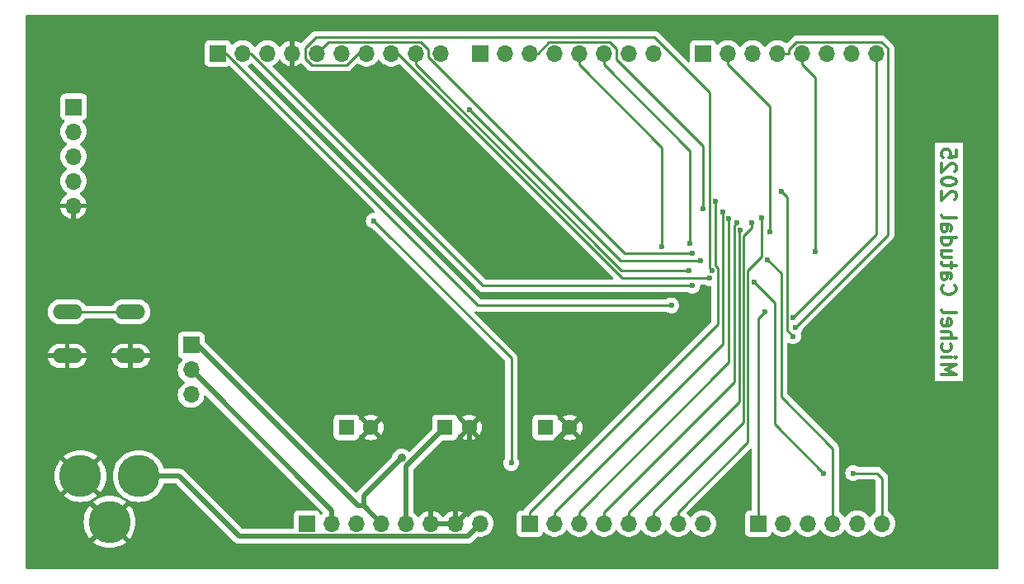
<source format=gbr>
%TF.GenerationSoftware,KiCad,Pcbnew,8.0.6*%
%TF.CreationDate,2025-01-18T20:41:48-05:00*%
%TF.ProjectId,RL78_G13_Arduino,524c3738-5f47-4313-935f-41726475696e,rev?*%
%TF.SameCoordinates,Original*%
%TF.FileFunction,Copper,L2,Bot*%
%TF.FilePolarity,Positive*%
%FSLAX46Y46*%
G04 Gerber Fmt 4.6, Leading zero omitted, Abs format (unit mm)*
G04 Created by KiCad (PCBNEW 8.0.6) date 2025-01-18 20:41:48*
%MOMM*%
%LPD*%
G01*
G04 APERTURE LIST*
%ADD10C,0.300000*%
%TA.AperFunction,NonConductor*%
%ADD11C,0.300000*%
%TD*%
%TA.AperFunction,ComponentPad*%
%ADD12R,1.700000X1.700000*%
%TD*%
%TA.AperFunction,ComponentPad*%
%ADD13O,1.700000X1.700000*%
%TD*%
%TA.AperFunction,ComponentPad*%
%ADD14R,1.600000X1.600000*%
%TD*%
%TA.AperFunction,ComponentPad*%
%ADD15C,1.600000*%
%TD*%
%TA.AperFunction,ComponentPad*%
%ADD16O,3.048000X1.524000*%
%TD*%
%TA.AperFunction,ComponentPad*%
%ADD17C,4.318000*%
%TD*%
%TA.AperFunction,ViaPad*%
%ADD18C,0.600000*%
%TD*%
%TA.AperFunction,ViaPad*%
%ADD19C,0.900000*%
%TD*%
%TA.AperFunction,Conductor*%
%ADD20C,0.500000*%
%TD*%
%TA.AperFunction,Conductor*%
%ADD21C,0.250000*%
%TD*%
G04 APERTURE END LIST*
D10*
D11*
X144049171Y-61945489D02*
X145549171Y-61945489D01*
X145549171Y-61945489D02*
X144477742Y-61445489D01*
X144477742Y-61445489D02*
X145549171Y-60945489D01*
X145549171Y-60945489D02*
X144049171Y-60945489D01*
X144049171Y-60231203D02*
X145049171Y-60231203D01*
X145549171Y-60231203D02*
X145477742Y-60302631D01*
X145477742Y-60302631D02*
X145406314Y-60231203D01*
X145406314Y-60231203D02*
X145477742Y-60159774D01*
X145477742Y-60159774D02*
X145549171Y-60231203D01*
X145549171Y-60231203D02*
X145406314Y-60231203D01*
X144120600Y-58874060D02*
X144049171Y-59016917D01*
X144049171Y-59016917D02*
X144049171Y-59302631D01*
X144049171Y-59302631D02*
X144120600Y-59445488D01*
X144120600Y-59445488D02*
X144192028Y-59516917D01*
X144192028Y-59516917D02*
X144334885Y-59588345D01*
X144334885Y-59588345D02*
X144763457Y-59588345D01*
X144763457Y-59588345D02*
X144906314Y-59516917D01*
X144906314Y-59516917D02*
X144977742Y-59445488D01*
X144977742Y-59445488D02*
X145049171Y-59302631D01*
X145049171Y-59302631D02*
X145049171Y-59016917D01*
X145049171Y-59016917D02*
X144977742Y-58874060D01*
X144049171Y-58231203D02*
X145549171Y-58231203D01*
X144049171Y-57588346D02*
X144834885Y-57588346D01*
X144834885Y-57588346D02*
X144977742Y-57659774D01*
X144977742Y-57659774D02*
X145049171Y-57802631D01*
X145049171Y-57802631D02*
X145049171Y-58016917D01*
X145049171Y-58016917D02*
X144977742Y-58159774D01*
X144977742Y-58159774D02*
X144906314Y-58231203D01*
X144120600Y-56302631D02*
X144049171Y-56445488D01*
X144049171Y-56445488D02*
X144049171Y-56731203D01*
X144049171Y-56731203D02*
X144120600Y-56874060D01*
X144120600Y-56874060D02*
X144263457Y-56945488D01*
X144263457Y-56945488D02*
X144834885Y-56945488D01*
X144834885Y-56945488D02*
X144977742Y-56874060D01*
X144977742Y-56874060D02*
X145049171Y-56731203D01*
X145049171Y-56731203D02*
X145049171Y-56445488D01*
X145049171Y-56445488D02*
X144977742Y-56302631D01*
X144977742Y-56302631D02*
X144834885Y-56231203D01*
X144834885Y-56231203D02*
X144692028Y-56231203D01*
X144692028Y-56231203D02*
X144549171Y-56945488D01*
X144049171Y-55374060D02*
X144120600Y-55516917D01*
X144120600Y-55516917D02*
X144263457Y-55588346D01*
X144263457Y-55588346D02*
X145549171Y-55588346D01*
X144192028Y-52802632D02*
X144120600Y-52874060D01*
X144120600Y-52874060D02*
X144049171Y-53088346D01*
X144049171Y-53088346D02*
X144049171Y-53231203D01*
X144049171Y-53231203D02*
X144120600Y-53445489D01*
X144120600Y-53445489D02*
X144263457Y-53588346D01*
X144263457Y-53588346D02*
X144406314Y-53659775D01*
X144406314Y-53659775D02*
X144692028Y-53731203D01*
X144692028Y-53731203D02*
X144906314Y-53731203D01*
X144906314Y-53731203D02*
X145192028Y-53659775D01*
X145192028Y-53659775D02*
X145334885Y-53588346D01*
X145334885Y-53588346D02*
X145477742Y-53445489D01*
X145477742Y-53445489D02*
X145549171Y-53231203D01*
X145549171Y-53231203D02*
X145549171Y-53088346D01*
X145549171Y-53088346D02*
X145477742Y-52874060D01*
X145477742Y-52874060D02*
X145406314Y-52802632D01*
X144049171Y-51516918D02*
X144834885Y-51516918D01*
X144834885Y-51516918D02*
X144977742Y-51588346D01*
X144977742Y-51588346D02*
X145049171Y-51731203D01*
X145049171Y-51731203D02*
X145049171Y-52016918D01*
X145049171Y-52016918D02*
X144977742Y-52159775D01*
X144120600Y-51516918D02*
X144049171Y-51659775D01*
X144049171Y-51659775D02*
X144049171Y-52016918D01*
X144049171Y-52016918D02*
X144120600Y-52159775D01*
X144120600Y-52159775D02*
X144263457Y-52231203D01*
X144263457Y-52231203D02*
X144406314Y-52231203D01*
X144406314Y-52231203D02*
X144549171Y-52159775D01*
X144549171Y-52159775D02*
X144620600Y-52016918D01*
X144620600Y-52016918D02*
X144620600Y-51659775D01*
X144620600Y-51659775D02*
X144692028Y-51516918D01*
X145049171Y-51016917D02*
X145049171Y-50445489D01*
X145549171Y-50802632D02*
X144263457Y-50802632D01*
X144263457Y-50802632D02*
X144120600Y-50731203D01*
X144120600Y-50731203D02*
X144049171Y-50588346D01*
X144049171Y-50588346D02*
X144049171Y-50445489D01*
X145049171Y-49302632D02*
X144049171Y-49302632D01*
X145049171Y-49945489D02*
X144263457Y-49945489D01*
X144263457Y-49945489D02*
X144120600Y-49874060D01*
X144120600Y-49874060D02*
X144049171Y-49731203D01*
X144049171Y-49731203D02*
X144049171Y-49516917D01*
X144049171Y-49516917D02*
X144120600Y-49374060D01*
X144120600Y-49374060D02*
X144192028Y-49302632D01*
X144049171Y-47945489D02*
X145549171Y-47945489D01*
X144120600Y-47945489D02*
X144049171Y-48088346D01*
X144049171Y-48088346D02*
X144049171Y-48374060D01*
X144049171Y-48374060D02*
X144120600Y-48516917D01*
X144120600Y-48516917D02*
X144192028Y-48588346D01*
X144192028Y-48588346D02*
X144334885Y-48659774D01*
X144334885Y-48659774D02*
X144763457Y-48659774D01*
X144763457Y-48659774D02*
X144906314Y-48588346D01*
X144906314Y-48588346D02*
X144977742Y-48516917D01*
X144977742Y-48516917D02*
X145049171Y-48374060D01*
X145049171Y-48374060D02*
X145049171Y-48088346D01*
X145049171Y-48088346D02*
X144977742Y-47945489D01*
X144049171Y-46588346D02*
X144834885Y-46588346D01*
X144834885Y-46588346D02*
X144977742Y-46659774D01*
X144977742Y-46659774D02*
X145049171Y-46802631D01*
X145049171Y-46802631D02*
X145049171Y-47088346D01*
X145049171Y-47088346D02*
X144977742Y-47231203D01*
X144120600Y-46588346D02*
X144049171Y-46731203D01*
X144049171Y-46731203D02*
X144049171Y-47088346D01*
X144049171Y-47088346D02*
X144120600Y-47231203D01*
X144120600Y-47231203D02*
X144263457Y-47302631D01*
X144263457Y-47302631D02*
X144406314Y-47302631D01*
X144406314Y-47302631D02*
X144549171Y-47231203D01*
X144549171Y-47231203D02*
X144620600Y-47088346D01*
X144620600Y-47088346D02*
X144620600Y-46731203D01*
X144620600Y-46731203D02*
X144692028Y-46588346D01*
X144049171Y-45659774D02*
X144120600Y-45802631D01*
X144120600Y-45802631D02*
X144263457Y-45874060D01*
X144263457Y-45874060D02*
X145549171Y-45874060D01*
X145406314Y-44016917D02*
X145477742Y-43945489D01*
X145477742Y-43945489D02*
X145549171Y-43802632D01*
X145549171Y-43802632D02*
X145549171Y-43445489D01*
X145549171Y-43445489D02*
X145477742Y-43302632D01*
X145477742Y-43302632D02*
X145406314Y-43231203D01*
X145406314Y-43231203D02*
X145263457Y-43159774D01*
X145263457Y-43159774D02*
X145120600Y-43159774D01*
X145120600Y-43159774D02*
X144906314Y-43231203D01*
X144906314Y-43231203D02*
X144049171Y-44088346D01*
X144049171Y-44088346D02*
X144049171Y-43159774D01*
X145549171Y-42231203D02*
X145549171Y-42088346D01*
X145549171Y-42088346D02*
X145477742Y-41945489D01*
X145477742Y-41945489D02*
X145406314Y-41874061D01*
X145406314Y-41874061D02*
X145263457Y-41802632D01*
X145263457Y-41802632D02*
X144977742Y-41731203D01*
X144977742Y-41731203D02*
X144620600Y-41731203D01*
X144620600Y-41731203D02*
X144334885Y-41802632D01*
X144334885Y-41802632D02*
X144192028Y-41874061D01*
X144192028Y-41874061D02*
X144120600Y-41945489D01*
X144120600Y-41945489D02*
X144049171Y-42088346D01*
X144049171Y-42088346D02*
X144049171Y-42231203D01*
X144049171Y-42231203D02*
X144120600Y-42374061D01*
X144120600Y-42374061D02*
X144192028Y-42445489D01*
X144192028Y-42445489D02*
X144334885Y-42516918D01*
X144334885Y-42516918D02*
X144620600Y-42588346D01*
X144620600Y-42588346D02*
X144977742Y-42588346D01*
X144977742Y-42588346D02*
X145263457Y-42516918D01*
X145263457Y-42516918D02*
X145406314Y-42445489D01*
X145406314Y-42445489D02*
X145477742Y-42374061D01*
X145477742Y-42374061D02*
X145549171Y-42231203D01*
X145406314Y-41159775D02*
X145477742Y-41088347D01*
X145477742Y-41088347D02*
X145549171Y-40945490D01*
X145549171Y-40945490D02*
X145549171Y-40588347D01*
X145549171Y-40588347D02*
X145477742Y-40445490D01*
X145477742Y-40445490D02*
X145406314Y-40374061D01*
X145406314Y-40374061D02*
X145263457Y-40302632D01*
X145263457Y-40302632D02*
X145120600Y-40302632D01*
X145120600Y-40302632D02*
X144906314Y-40374061D01*
X144906314Y-40374061D02*
X144049171Y-41231204D01*
X144049171Y-41231204D02*
X144049171Y-40302632D01*
X145549171Y-38945490D02*
X145549171Y-39659776D01*
X145549171Y-39659776D02*
X144834885Y-39731204D01*
X144834885Y-39731204D02*
X144906314Y-39659776D01*
X144906314Y-39659776D02*
X144977742Y-39516919D01*
X144977742Y-39516919D02*
X144977742Y-39159776D01*
X144977742Y-39159776D02*
X144906314Y-39016919D01*
X144906314Y-39016919D02*
X144834885Y-38945490D01*
X144834885Y-38945490D02*
X144692028Y-38874061D01*
X144692028Y-38874061D02*
X144334885Y-38874061D01*
X144334885Y-38874061D02*
X144192028Y-38945490D01*
X144192028Y-38945490D02*
X144120600Y-39016919D01*
X144120600Y-39016919D02*
X144049171Y-39159776D01*
X144049171Y-39159776D02*
X144049171Y-39516919D01*
X144049171Y-39516919D02*
X144120600Y-39659776D01*
X144120600Y-39659776D02*
X144192028Y-39731204D01*
D12*
%TO.P,J3,1,Pin_1*%
%TO.N,Net-(J3-Pin_1)*%
X101802000Y-77260000D03*
D13*
%TO.P,J3,2,Pin_2*%
%TO.N,Net-(J3-Pin_2)*%
X104342000Y-77260000D03*
%TO.P,J3,3,Pin_3*%
%TO.N,Net-(J3-Pin_3)*%
X106882000Y-77260000D03*
%TO.P,J3,4,Pin_4*%
%TO.N,Net-(J3-Pin_4)*%
X109422000Y-77260000D03*
%TO.P,J3,5,Pin_5*%
%TO.N,Net-(J3-Pin_5)*%
X111962000Y-77260000D03*
%TO.P,J3,6,Pin_6*%
%TO.N,Net-(J3-Pin_6)*%
X114502000Y-77260000D03*
%TO.P,J3,7,Pin_7*%
%TO.N,Net-(J3-Pin_7)*%
X117042000Y-77260000D03*
%TO.P,J3,8,Pin_8*%
%TO.N,Net-(J3-Pin_8)*%
X119582000Y-77260000D03*
%TD*%
D12*
%TO.P,J2,1,Pin_1*%
%TO.N,/SCL*%
X69798000Y-29000000D03*
D13*
%TO.P,J2,2,Pin_2*%
%TO.N,/SDA*%
X72338000Y-29000000D03*
%TO.P,J2,3,Pin_3*%
%TO.N,VCC*%
X74878000Y-29000000D03*
%TO.P,J2,4,Pin_4*%
%TO.N,GND*%
X77418000Y-29000000D03*
%TO.P,J2,5,Pin_5*%
%TO.N,/SCK_21*%
X79958000Y-29000000D03*
%TO.P,J2,6,Pin_6*%
%TO.N,/MISO_21*%
X82498000Y-29000000D03*
%TO.P,J2,7,Pin_7*%
%TO.N,/MOSI_21*%
X85038000Y-29000000D03*
%TO.P,J2,8,Pin_8*%
%TO.N,/CS_21*%
X87578000Y-29000000D03*
%TO.P,J2,9,Pin_9*%
%TO.N,Net-(J2-Pin_9)*%
X90118000Y-29000000D03*
%TO.P,J2,10,Pin_10*%
%TO.N,Net-(J2-Pin_10)*%
X92658000Y-29000000D03*
%TD*%
D12*
%TO.P,J4,1,Pin_1*%
%TO.N,Net-(J4-Pin_1)*%
X96722000Y-29000000D03*
D13*
%TO.P,J4,2,Pin_2*%
%TO.N,Net-(J4-Pin_2)*%
X99262000Y-29000000D03*
%TO.P,J4,3,Pin_3*%
%TO.N,Net-(J4-Pin_3)*%
X101802000Y-29000000D03*
%TO.P,J4,4,Pin_4*%
%TO.N,Net-(J4-Pin_4)*%
X104342000Y-29000000D03*
%TO.P,J4,5,Pin_5*%
%TO.N,/P121*%
X106882000Y-29000000D03*
%TO.P,J4,6,Pin_6*%
%TO.N,/P122*%
X109422000Y-29000000D03*
%TO.P,J4,7,Pin_7*%
%TO.N,Net-(J4-Pin_7)*%
X111962000Y-29000000D03*
%TO.P,J4,8,Pin_8*%
%TO.N,Net-(J4-Pin_8)*%
X114502000Y-29000000D03*
%TD*%
D12*
%TO.P,J6,1,Pin_1*%
%TO.N,/SCK_00*%
X119582000Y-29000000D03*
D13*
%TO.P,J6,2,Pin_2*%
%TO.N,/MISO_00*%
X122122000Y-29000000D03*
%TO.P,J6,3,Pin_3*%
%TO.N,/MOSI_00*%
X124662000Y-29000000D03*
%TO.P,J6,4,Pin_4*%
%TO.N,/CS_00*%
X127202000Y-29000000D03*
%TO.P,J6,5,Pin_5*%
%TO.N,/SCK_20*%
X129742000Y-29000000D03*
%TO.P,J6,6,Pin_6*%
%TO.N,/MISO_20*%
X132282000Y-29000000D03*
%TO.P,J6,7,Pin_7*%
%TO.N,/MOSI_20*%
X134822000Y-29000000D03*
%TO.P,J6,8,Pin_8*%
%TO.N,/CS_20*%
X137362000Y-29000000D03*
%TD*%
D14*
%TO.P,C4,1*%
%TO.N,+5V*%
X93102000Y-67400000D03*
D15*
%TO.P,C4,2*%
%TO.N,GND*%
X95602000Y-67400000D03*
%TD*%
D16*
%TO.P,S1,1,S*%
%TO.N,Net-(S1-S)*%
X54350800Y-55539400D03*
%TO.P,S1,2,S1*%
X60853200Y-55539400D03*
%TO.P,S1,3,P*%
%TO.N,GND*%
X54350800Y-60060600D03*
%TO.P,S1,4,P1*%
X60853200Y-60060600D03*
%TD*%
D14*
%TO.P,C2,1*%
%TO.N,/Vin*%
X83002000Y-67400000D03*
D15*
%TO.P,C2,2*%
%TO.N,GND*%
X85502000Y-67400000D03*
%TD*%
D12*
%TO.P,J1,1,Pin_1*%
%TO.N,unconnected-(J1-Pin_1-Pad1)*%
X78942000Y-77260000D03*
D13*
%TO.P,J1,2,Pin_2*%
%TO.N,VCC*%
X81482000Y-77260000D03*
%TO.P,J1,3,Pin_3*%
%TO.N,/~{RESET}*%
X84022000Y-77260000D03*
%TO.P,J1,4,Pin_4*%
%TO.N,+3.3V*%
X86562000Y-77260000D03*
%TO.P,J1,5,Pin_5*%
%TO.N,+5V*%
X89102000Y-77260000D03*
%TO.P,J1,6,Pin_6*%
%TO.N,GND*%
X91642000Y-77260000D03*
%TO.P,J1,7,Pin_7*%
X94182000Y-77260000D03*
%TO.P,J1,8,Pin_8*%
%TO.N,/Vin*%
X96722000Y-77260000D03*
%TD*%
D17*
%TO.P,P2,GND,GND*%
%TO.N,GND*%
X55700000Y-72400000D03*
%TO.P,P2,GNDBREAK,GNDBREAK*%
X58700000Y-77100000D03*
%TO.P,P2,PWR,PWR*%
%TO.N,/Vin*%
X61700000Y-72400000D03*
%TD*%
D14*
%TO.P,C6,1*%
%TO.N,+3.3V*%
X103402000Y-67400000D03*
D15*
%TO.P,C6,2*%
%TO.N,GND*%
X105902000Y-67400000D03*
%TD*%
D12*
%TO.P,JP1,1,A*%
%TO.N,+3.3V*%
X67052000Y-58960000D03*
D13*
%TO.P,JP1,2,C*%
%TO.N,VCC*%
X67052000Y-61500000D03*
%TO.P,JP1,3,B*%
%TO.N,+5V*%
X67052000Y-64040000D03*
%TD*%
D12*
%TO.P,P3,1,Pin_1*%
%TO.N,VCC*%
X55000000Y-34500000D03*
D13*
%TO.P,P3,2,Pin_2*%
%TO.N,Net-(P3-Pin_2)*%
X55000000Y-37040000D03*
%TO.P,P3,3,Pin_3*%
%TO.N,Net-(P3-Pin_3)*%
X55000000Y-39580000D03*
%TO.P,P3,4,Pin_4*%
%TO.N,/~{RESET}*%
X55000000Y-42120000D03*
%TO.P,P3,5,Pin_5*%
%TO.N,GND*%
X55000000Y-44660000D03*
%TD*%
D12*
%TO.P,J5,1,Pin_1*%
%TO.N,/SCK_11*%
X125250000Y-77260000D03*
D13*
%TO.P,J5,2,Pin_2*%
%TO.N,/MISO_11*%
X127790000Y-77260000D03*
%TO.P,J5,3,Pin_3*%
%TO.N,/MOSI_11*%
X130330000Y-77260000D03*
%TO.P,J5,4,Pin_4*%
%TO.N,/CS_11*%
X132870000Y-77260000D03*
%TO.P,J5,5,Pin_5*%
%TO.N,Net-(J5-Pin_5)*%
X135410000Y-77260000D03*
%TO.P,J5,6,Pin_6*%
%TO.N,Net-(J5-Pin_6)*%
X137950000Y-77260000D03*
%TD*%
D18*
%TO.N,/~{RESET}*%
X99900000Y-71050000D03*
D19*
%TO.N,+3.3V*%
X88650000Y-70550000D03*
D18*
%TO.N,/~{RESET}*%
X85800000Y-46200000D03*
%TO.N,/SDA*%
X118483300Y-52854700D03*
%TO.N,/SCL*%
X116324700Y-54871400D03*
%TO.N,/P122*%
X118254200Y-48482700D03*
%TO.N,/P121*%
X115380700Y-48855100D03*
%TO.N,Net-(J4-Pin_3)*%
X119611800Y-44971900D03*
%TO.N,Net-(J2-Pin_9)*%
X118145500Y-51299700D03*
%TO.N,/MISO_00*%
X126418800Y-47331200D03*
%TO.N,/MISO_21*%
X95664000Y-34826400D03*
X119350100Y-50268600D03*
%TO.N,/SCK_21*%
X118466700Y-49523000D03*
%TO.N,/CS_21*%
X120293000Y-52084400D03*
%TO.N,/CS_20*%
X128813900Y-56097000D03*
%TO.N,/MOSI_21*%
X120477900Y-51278700D03*
%TO.N,/SCK_20*%
X131097100Y-49361800D03*
%TO.N,/CS_00*%
X129030300Y-57168900D03*
%TO.N,/CS_11*%
X126188000Y-50182900D03*
%TO.N,Net-(J3-Pin_3)*%
X122249000Y-46012200D03*
%TO.N,Net-(J3-Pin_2)*%
X121587000Y-45296000D03*
%TO.N,Net-(J3-Pin_4)*%
X123068800Y-46357600D03*
%TO.N,Net-(J5-Pin_6)*%
X135000000Y-72100000D03*
X131950000Y-72100000D03*
X124799300Y-52478100D03*
%TO.N,Net-(J3-Pin_6)*%
X124588500Y-46362200D03*
%TO.N,/SCK_11*%
X125927400Y-55548100D03*
%TO.N,Net-(J3-Pin_7)*%
X125611500Y-45891600D03*
%TO.N,Net-(J3-Pin_5)*%
X123414500Y-47145900D03*
%TO.N,Net-(J3-Pin_1)*%
X120891100Y-44178600D03*
%TO.N,Net-(J3-Pin_8)*%
X127591000Y-43148700D03*
X128828800Y-58039300D03*
%TD*%
D20*
%TO.N,+3.3V*%
X67052000Y-58960000D02*
X67710000Y-58960000D01*
X67710000Y-58960000D02*
X84219000Y-75469000D01*
X84219000Y-75469000D02*
X84771000Y-75469000D01*
%TO.N,/Vin*%
X96722000Y-77260000D02*
X95422000Y-78560000D01*
X95422000Y-78560000D02*
X72010000Y-78560000D01*
X72010000Y-78560000D02*
X65850000Y-72400000D01*
X65850000Y-72400000D02*
X61700000Y-72400000D01*
%TO.N,GND*%
X105902000Y-67400000D02*
X99852000Y-73450000D01*
X99852000Y-73450000D02*
X97800000Y-73450000D01*
X97800000Y-73642000D02*
X94182000Y-77260000D01*
X97800000Y-73450000D02*
X97800000Y-73642000D01*
%TO.N,+3.3V*%
X88650000Y-70550000D02*
X84771000Y-74429000D01*
X84771000Y-74429000D02*
X84771000Y-75469000D01*
D21*
%TO.N,/~{RESET}*%
X85800000Y-46200000D02*
X99900000Y-60300000D01*
X99900000Y-60300000D02*
X99900000Y-71050000D01*
D20*
%TO.N,+3.3V*%
X84771000Y-75469000D02*
X86562000Y-77260000D01*
%TO.N,GND*%
X94182000Y-71068000D02*
X94182000Y-77260000D01*
X95602000Y-69648000D02*
X94182000Y-71068000D01*
X95602000Y-67400000D02*
X95602000Y-69648000D01*
D21*
%TO.N,/SDA*%
X72338000Y-29000000D02*
X73147000Y-29000000D01*
X73147000Y-29000000D02*
X97001700Y-52854700D01*
X97001700Y-52854700D02*
X118483300Y-52854700D01*
%TO.N,/SCL*%
X69798000Y-29000000D02*
X70607000Y-29000000D01*
X70607000Y-29000000D02*
X96478400Y-54871400D01*
X96478400Y-54871400D02*
X116324700Y-54871400D01*
%TO.N,/P122*%
X118254200Y-39008900D02*
X118254200Y-48482700D01*
X109422000Y-29000000D02*
X109422000Y-30176700D01*
X109422000Y-30176700D02*
X118254200Y-39008900D01*
%TO.N,/P121*%
X115380700Y-48855100D02*
X115380700Y-38675400D01*
X106882000Y-29000000D02*
X106882000Y-30176700D01*
X115380700Y-38675400D02*
X106882000Y-30176700D01*
%TO.N,Net-(J4-Pin_3)*%
X102610900Y-29000000D02*
X103787600Y-27823300D01*
X119611800Y-38549800D02*
X119611800Y-44971900D01*
X103787600Y-27823300D02*
X110013500Y-27823300D01*
X110013500Y-27823300D02*
X110692000Y-28501800D01*
X110692000Y-29630000D02*
X119611800Y-38549800D01*
X101802000Y-29000000D02*
X102610900Y-29000000D01*
X110692000Y-28501800D02*
X110692000Y-29630000D01*
%TO.N,Net-(J2-Pin_9)*%
X90118000Y-29000000D02*
X90118000Y-30176700D01*
X118145500Y-51299700D02*
X111241000Y-51299700D01*
X111241000Y-51299700D02*
X90118000Y-30176700D01*
%TO.N,/MISO_00*%
X126418800Y-34473500D02*
X126418800Y-47331200D01*
X122122000Y-30176700D02*
X126418800Y-34473500D01*
X122122000Y-29000000D02*
X122122000Y-30176700D01*
%TO.N,/MISO_21*%
X119350100Y-50268600D02*
X111106200Y-50268600D01*
X111106200Y-50268600D02*
X95664000Y-34826400D01*
%TO.N,/SCK_21*%
X91388000Y-29394200D02*
X111516800Y-49523000D01*
X90618500Y-27819900D02*
X91388000Y-28589400D01*
X81138100Y-27819900D02*
X90618500Y-27819900D01*
X79958000Y-29000000D02*
X81138100Y-27819900D01*
X91388000Y-28589400D02*
X91388000Y-29394200D01*
X111516800Y-49523000D02*
X118466700Y-49523000D01*
%TO.N,/CS_21*%
X111324300Y-52084400D02*
X88239900Y-29000000D01*
X120293000Y-52084400D02*
X111324300Y-52084400D01*
X88239900Y-29000000D02*
X87578000Y-29000000D01*
%TO.N,/CS_20*%
X137362000Y-47548900D02*
X137362000Y-29000000D01*
X128813900Y-56097000D02*
X137362000Y-47548900D01*
%TO.N,/MOSI_21*%
X79462600Y-30212400D02*
X78781000Y-29530800D01*
X79860300Y-27368000D02*
X114586600Y-27368000D01*
X120252300Y-33033700D02*
X120252300Y-51053100D01*
X120252300Y-51053100D02*
X120477900Y-51278700D01*
X83016600Y-30212400D02*
X79462600Y-30212400D01*
X78781000Y-28447300D02*
X79860300Y-27368000D01*
X84229000Y-29000000D02*
X83016600Y-30212400D01*
X85038000Y-29000000D02*
X84229000Y-29000000D01*
X114586600Y-27368000D02*
X120252300Y-33033700D01*
X78781000Y-29530800D02*
X78781000Y-28447300D01*
%TO.N,/SCK_20*%
X131097100Y-31531800D02*
X129742000Y-30176700D01*
X129742000Y-29000000D02*
X129742000Y-30176700D01*
X131097100Y-49361800D02*
X131097100Y-31531800D01*
%TO.N,/CS_00*%
X129030300Y-57168900D02*
X138553700Y-47645500D01*
X138553700Y-28472000D02*
X137905000Y-27823300D01*
X129187600Y-27823300D02*
X128378700Y-28632200D01*
X127202000Y-29000000D02*
X128378700Y-29000000D01*
X138553700Y-47645500D02*
X138553700Y-28472000D01*
X137905000Y-27823300D02*
X129187600Y-27823300D01*
X128378700Y-28632200D02*
X128378700Y-29000000D01*
%TO.N,/CS_11*%
X132870000Y-77260000D02*
X132900000Y-77230000D01*
X127601700Y-51596600D02*
X126188000Y-50182900D01*
X132900000Y-69550000D02*
X127601700Y-64251700D01*
X132900000Y-77230000D02*
X132900000Y-69550000D01*
X127601700Y-64251700D02*
X127601700Y-51596600D01*
D20*
%TO.N,+5V*%
X89102000Y-71400000D02*
X93102000Y-67400000D01*
X89102000Y-77260000D02*
X89102000Y-71400000D01*
D21*
%TO.N,Net-(J3-Pin_3)*%
X122249000Y-46012200D02*
X122249000Y-60716300D01*
X122249000Y-60716300D02*
X106882000Y-76083300D01*
X106882000Y-77260000D02*
X106882000Y-76083300D01*
%TO.N,Net-(J3-Pin_2)*%
X121587000Y-45296000D02*
X121587000Y-58838300D01*
X121587000Y-58838300D02*
X104342000Y-76083300D01*
X104342000Y-77260000D02*
X104342000Y-76083300D01*
%TO.N,Net-(J3-Pin_4)*%
X122787800Y-62717500D02*
X122787800Y-46638600D01*
X122787800Y-46638600D02*
X123068800Y-46357600D01*
X109422000Y-76083300D02*
X122787800Y-62717500D01*
X109422000Y-77260000D02*
X109422000Y-76083300D01*
%TO.N,Net-(J5-Pin_6)*%
X137950000Y-72600000D02*
X137950000Y-77260000D01*
X135000000Y-72100000D02*
X137450000Y-72100000D01*
X131950000Y-72100000D02*
X126942500Y-67092500D01*
X137450000Y-72100000D02*
X137950000Y-72600000D01*
X126942500Y-67092500D02*
X126942500Y-54621300D01*
X126942500Y-54621300D02*
X124799300Y-52478100D01*
%TO.N,Net-(J3-Pin_6)*%
X124588500Y-46362200D02*
X124588500Y-46877100D01*
X124588500Y-46877100D02*
X123720900Y-47744700D01*
X123720900Y-66864400D02*
X114502000Y-76083300D01*
X114502000Y-77260000D02*
X114502000Y-76083300D01*
X123720900Y-47744700D02*
X123720900Y-66864400D01*
%TO.N,/SCK_11*%
X125250000Y-77260000D02*
X125250000Y-56225500D01*
X125250000Y-56225500D02*
X125927400Y-55548100D01*
X125490000Y-77500000D02*
X125250000Y-77260000D01*
%TO.N,Net-(J3-Pin_7)*%
X117042000Y-77260000D02*
X117042000Y-76083300D01*
X124172600Y-51303600D02*
X124172600Y-68952700D01*
X125611500Y-45891600D02*
X125611500Y-49864700D01*
X124172600Y-68952700D02*
X117042000Y-76083300D01*
X125611500Y-49864700D02*
X124172600Y-51303600D01*
%TO.N,Net-(J3-Pin_5)*%
X111962000Y-77260000D02*
X111962000Y-76083300D01*
X123269200Y-64776100D02*
X111962000Y-76083300D01*
X123269200Y-47291200D02*
X123269200Y-64776100D01*
X123414500Y-47145900D02*
X123269200Y-47291200D01*
%TO.N,Net-(J3-Pin_1)*%
X121104600Y-56780700D02*
X121104600Y-51019100D01*
X121104600Y-51019100D02*
X120891100Y-50805600D01*
X101802000Y-77260000D02*
X101802000Y-76083300D01*
X120891100Y-50805600D02*
X120891100Y-44178600D01*
X101802000Y-76083300D02*
X121104600Y-56780700D01*
%TO.N,Net-(J3-Pin_8)*%
X128187200Y-57397700D02*
X128828800Y-58039300D01*
X127591000Y-43148700D02*
X128187200Y-43744900D01*
X128187200Y-43744900D02*
X128187200Y-57397700D01*
%TO.N,Net-(S1-S)*%
X60853200Y-55539400D02*
X54350800Y-55539400D01*
D20*
%TO.N,VCC*%
X67052000Y-61500000D02*
X81482000Y-75930000D01*
X81482000Y-75930000D02*
X81482000Y-77260000D01*
D21*
%TO.N,/~{RESET}*%
X55000000Y-42120000D02*
X55000000Y-42929000D01*
%TD*%
%TA.AperFunction,Conductor*%
%TO.N,GND*%
G36*
X93716075Y-77067007D02*
G01*
X93682000Y-77194174D01*
X93682000Y-77325826D01*
X93716075Y-77452993D01*
X93748988Y-77510000D01*
X92075012Y-77510000D01*
X92107925Y-77452993D01*
X92142000Y-77325826D01*
X92142000Y-77194174D01*
X92107925Y-77067007D01*
X92075012Y-77010000D01*
X93748988Y-77010000D01*
X93716075Y-77067007D01*
G37*
%TD.AperFunction*%
%TA.AperFunction,Conductor*%
G36*
X77668000Y-30330633D02*
G01*
X77881483Y-30273433D01*
X77881492Y-30273429D01*
X78095579Y-30173599D01*
X78095585Y-30173596D01*
X78264619Y-30055235D01*
X78330824Y-30032907D01*
X78398592Y-30049916D01*
X78423424Y-30069128D01*
X78970529Y-30616233D01*
X79058764Y-30704468D01*
X79058768Y-30704472D01*
X79162518Y-30773796D01*
X79162524Y-30773799D01*
X79162525Y-30773800D01*
X79277815Y-30821555D01*
X79400201Y-30845899D01*
X79400205Y-30845900D01*
X79400206Y-30845900D01*
X83078995Y-30845900D01*
X83078996Y-30845899D01*
X83201385Y-30821555D01*
X83316675Y-30773800D01*
X83420433Y-30704471D01*
X84041401Y-30083502D01*
X84102722Y-30050019D01*
X84172413Y-30055003D01*
X84205240Y-30073330D01*
X84292424Y-30141189D01*
X84292426Y-30141190D01*
X84292429Y-30141192D01*
X84352314Y-30173600D01*
X84490426Y-30248342D01*
X84703365Y-30321444D01*
X84925431Y-30358500D01*
X85150569Y-30358500D01*
X85372635Y-30321444D01*
X85585574Y-30248342D01*
X85783576Y-30141189D01*
X85961240Y-30002906D01*
X86077449Y-29876671D01*
X86113715Y-29837276D01*
X86113715Y-29837275D01*
X86113722Y-29837268D01*
X86204193Y-29698790D01*
X86257338Y-29653437D01*
X86326569Y-29644013D01*
X86389905Y-29673515D01*
X86411804Y-29698787D01*
X86502278Y-29837268D01*
X86502283Y-29837273D01*
X86502284Y-29837276D01*
X86626210Y-29971893D01*
X86654760Y-30002906D01*
X86832424Y-30141189D01*
X86832425Y-30141189D01*
X86832427Y-30141191D01*
X86892314Y-30173600D01*
X87030426Y-30248342D01*
X87243365Y-30321444D01*
X87465431Y-30358500D01*
X87690569Y-30358500D01*
X87912635Y-30321444D01*
X88125574Y-30248342D01*
X88323576Y-30141189D01*
X88328037Y-30137717D01*
X88393030Y-30112072D01*
X88461570Y-30125637D01*
X88491883Y-30147887D01*
X110353514Y-52009519D01*
X110386999Y-52070842D01*
X110382015Y-52140534D01*
X110340143Y-52196467D01*
X110274679Y-52220884D01*
X110265833Y-52221200D01*
X97315466Y-52221200D01*
X97248427Y-52201515D01*
X97227785Y-52184881D01*
X75456002Y-30413098D01*
X75422517Y-30351775D01*
X75427501Y-30282083D01*
X75469373Y-30226150D01*
X75484654Y-30216369D01*
X75623576Y-30141189D01*
X75801240Y-30002906D01*
X75917449Y-29876671D01*
X75953715Y-29837276D01*
X75953715Y-29837275D01*
X75953722Y-29837268D01*
X76047749Y-29693347D01*
X76100894Y-29647994D01*
X76170125Y-29638570D01*
X76233461Y-29668072D01*
X76253130Y-29690048D01*
X76379890Y-29871078D01*
X76546917Y-30038105D01*
X76740421Y-30173600D01*
X76954507Y-30273429D01*
X76954516Y-30273433D01*
X77168000Y-30330634D01*
X77168000Y-29433012D01*
X77225007Y-29465925D01*
X77352174Y-29500000D01*
X77483826Y-29500000D01*
X77610993Y-29465925D01*
X77668000Y-29433012D01*
X77668000Y-30330633D01*
G37*
%TD.AperFunction*%
%TA.AperFunction,Conductor*%
G36*
X149867539Y-25095185D02*
G01*
X149913294Y-25147989D01*
X149924500Y-25199500D01*
X149924500Y-81800500D01*
X149904815Y-81867539D01*
X149852011Y-81913294D01*
X149800500Y-81924500D01*
X50199500Y-81924500D01*
X50132461Y-81904815D01*
X50086706Y-81852011D01*
X50075500Y-81800500D01*
X50075500Y-77100000D01*
X56036140Y-77100000D01*
X56055562Y-77421087D01*
X56113549Y-77737511D01*
X56209241Y-78044599D01*
X56209245Y-78044610D01*
X56341267Y-78337952D01*
X56341268Y-78337954D01*
X56507685Y-78613243D01*
X56507690Y-78613251D01*
X56650681Y-78795764D01*
X57478342Y-77968102D01*
X57556932Y-78076272D01*
X57723728Y-78243068D01*
X57831895Y-78321656D01*
X57004234Y-79149317D01*
X57004234Y-79149318D01*
X57186748Y-79292309D01*
X57186756Y-79292314D01*
X57462045Y-79458731D01*
X57462047Y-79458732D01*
X57755389Y-79590754D01*
X57755400Y-79590758D01*
X58062488Y-79686450D01*
X58378912Y-79744437D01*
X58700000Y-79763859D01*
X59021087Y-79744437D01*
X59337511Y-79686450D01*
X59644599Y-79590758D01*
X59644610Y-79590754D01*
X59937952Y-79458732D01*
X59937954Y-79458731D01*
X60213243Y-79292314D01*
X60213251Y-79292308D01*
X60395764Y-79149318D01*
X60395764Y-79149317D01*
X59568104Y-78321657D01*
X59676272Y-78243068D01*
X59843068Y-78076272D01*
X59921657Y-77968104D01*
X60749317Y-78795764D01*
X60749318Y-78795764D01*
X60892308Y-78613251D01*
X60892314Y-78613243D01*
X61058731Y-78337954D01*
X61058732Y-78337952D01*
X61190754Y-78044610D01*
X61190758Y-78044599D01*
X61286450Y-77737511D01*
X61344437Y-77421087D01*
X61363859Y-77100000D01*
X61344437Y-76778912D01*
X61286450Y-76462488D01*
X61190758Y-76155400D01*
X61190754Y-76155389D01*
X61058732Y-75862047D01*
X61058731Y-75862045D01*
X60892314Y-75586756D01*
X60892309Y-75586748D01*
X60749317Y-75404234D01*
X59921656Y-76231895D01*
X59843068Y-76123728D01*
X59676272Y-75956932D01*
X59568103Y-75878342D01*
X60395764Y-75050681D01*
X60395764Y-75050680D01*
X60210296Y-74905375D01*
X60211088Y-74904363D01*
X60170469Y-74854245D01*
X60165180Y-74806318D01*
X60141267Y-74820598D01*
X60071435Y-74818300D01*
X60046115Y-74806653D01*
X59937954Y-74741268D01*
X59937952Y-74741267D01*
X59644610Y-74609245D01*
X59644599Y-74609241D01*
X59337511Y-74513549D01*
X59021087Y-74455562D01*
X58700000Y-74436140D01*
X58378912Y-74455562D01*
X58062488Y-74513549D01*
X57755400Y-74609241D01*
X57755389Y-74609245D01*
X57462047Y-74741267D01*
X57462045Y-74741268D01*
X57186756Y-74907685D01*
X57004234Y-75050681D01*
X57831895Y-75878342D01*
X57723728Y-75956932D01*
X57556932Y-76123728D01*
X57478342Y-76231895D01*
X56650681Y-75404234D01*
X56507685Y-75586756D01*
X56341268Y-75862045D01*
X56341267Y-75862047D01*
X56209245Y-76155389D01*
X56209241Y-76155400D01*
X56113549Y-76462488D01*
X56055562Y-76778912D01*
X56036140Y-77100000D01*
X50075500Y-77100000D01*
X50075500Y-72400000D01*
X53036140Y-72400000D01*
X53055562Y-72721087D01*
X53113549Y-73037511D01*
X53209241Y-73344599D01*
X53209245Y-73344610D01*
X53341267Y-73637952D01*
X53341268Y-73637954D01*
X53507685Y-73913243D01*
X53507690Y-73913251D01*
X53650681Y-74095764D01*
X54478342Y-73268103D01*
X54556932Y-73376272D01*
X54723728Y-73543068D01*
X54831895Y-73621656D01*
X54004234Y-74449317D01*
X54004234Y-74449318D01*
X54186748Y-74592309D01*
X54186756Y-74592314D01*
X54462045Y-74758731D01*
X54462047Y-74758732D01*
X54755389Y-74890754D01*
X54755400Y-74890758D01*
X55062488Y-74986450D01*
X55378912Y-75044437D01*
X55700000Y-75063859D01*
X56021087Y-75044437D01*
X56337511Y-74986450D01*
X56644599Y-74890758D01*
X56644610Y-74890754D01*
X56937952Y-74758732D01*
X56937954Y-74758731D01*
X57213243Y-74592314D01*
X57213251Y-74592308D01*
X57395764Y-74449318D01*
X57395764Y-74449317D01*
X56568104Y-73621657D01*
X56676272Y-73543068D01*
X56843068Y-73376272D01*
X56921657Y-73268104D01*
X57749317Y-74095764D01*
X57749318Y-74095764D01*
X57892308Y-73913251D01*
X57892314Y-73913243D01*
X58058731Y-73637954D01*
X58058732Y-73637952D01*
X58190754Y-73344610D01*
X58190758Y-73344599D01*
X58286450Y-73037511D01*
X58344437Y-72721087D01*
X58363859Y-72400000D01*
X59027624Y-72400000D01*
X59047108Y-72722114D01*
X59105277Y-73039540D01*
X59201278Y-73347620D01*
X59201284Y-73347635D01*
X59333726Y-73641910D01*
X59333727Y-73641911D01*
X59333729Y-73641915D01*
X59357791Y-73681718D01*
X59500676Y-73918081D01*
X59500682Y-73918089D01*
X59699700Y-74172116D01*
X59927883Y-74400299D01*
X60184866Y-74601633D01*
X60184073Y-74602644D01*
X60224693Y-74652763D01*
X60229981Y-74700689D01*
X60253895Y-74686410D01*
X60323727Y-74688708D01*
X60349044Y-74700353D01*
X60458085Y-74766271D01*
X60752362Y-74898715D01*
X60752371Y-74898717D01*
X60752379Y-74898721D01*
X61033913Y-74986450D01*
X61060459Y-74994722D01*
X61377881Y-75052891D01*
X61700000Y-75072376D01*
X62022119Y-75052891D01*
X62339541Y-74994722D01*
X62476181Y-74952143D01*
X62647620Y-74898721D01*
X62647624Y-74898719D01*
X62647638Y-74898715D01*
X62941915Y-74766271D01*
X63218083Y-74599322D01*
X63472113Y-74400302D01*
X63700302Y-74172113D01*
X63899322Y-73918083D01*
X64066271Y-73641915D01*
X64198715Y-73347638D01*
X64199662Y-73344599D01*
X64230509Y-73245610D01*
X64269246Y-73187462D01*
X64333271Y-73159488D01*
X64348894Y-73158500D01*
X65484457Y-73158500D01*
X65551496Y-73178185D01*
X65572138Y-73194819D01*
X71420834Y-79043515D01*
X71420835Y-79043516D01*
X71526482Y-79149163D01*
X71526485Y-79149166D01*
X71650709Y-79232170D01*
X71650722Y-79232177D01*
X71788749Y-79289349D01*
X71788754Y-79289351D01*
X71788758Y-79289351D01*
X71788759Y-79289352D01*
X71935291Y-79318500D01*
X71935294Y-79318500D01*
X95496706Y-79318500D01*
X95569976Y-79303925D01*
X95569977Y-79303925D01*
X95588419Y-79300256D01*
X95643247Y-79289351D01*
X95781284Y-79232174D01*
X95905515Y-79149166D01*
X96415824Y-78638855D01*
X96477145Y-78605372D01*
X96523909Y-78604229D01*
X96609431Y-78618500D01*
X96609432Y-78618500D01*
X96834569Y-78618500D01*
X97056635Y-78581444D01*
X97269574Y-78508342D01*
X97467576Y-78401189D01*
X97645240Y-78262906D01*
X97797722Y-78097268D01*
X97920860Y-77908791D01*
X98011296Y-77702616D01*
X98066564Y-77484368D01*
X98066565Y-77484359D01*
X98085156Y-77260005D01*
X98085156Y-77259994D01*
X98066565Y-77035640D01*
X98066563Y-77035628D01*
X98011296Y-76817385D01*
X98001071Y-76794075D01*
X97920860Y-76611209D01*
X97904706Y-76586484D01*
X97797723Y-76422734D01*
X97797715Y-76422723D01*
X97645243Y-76257097D01*
X97645238Y-76257092D01*
X97488747Y-76135289D01*
X97467576Y-76118811D01*
X97467575Y-76118810D01*
X97467572Y-76118808D01*
X97269580Y-76011661D01*
X97269577Y-76011659D01*
X97269574Y-76011658D01*
X97269571Y-76011657D01*
X97269569Y-76011656D01*
X97056637Y-75938556D01*
X96834569Y-75901500D01*
X96609431Y-75901500D01*
X96387362Y-75938556D01*
X96174430Y-76011656D01*
X96174419Y-76011661D01*
X95976427Y-76118808D01*
X95976422Y-76118812D01*
X95798761Y-76257092D01*
X95798756Y-76257097D01*
X95646284Y-76422723D01*
X95646276Y-76422734D01*
X95552251Y-76566650D01*
X95499105Y-76612007D01*
X95429873Y-76621430D01*
X95366538Y-76591928D01*
X95346868Y-76569951D01*
X95220113Y-76388926D01*
X95220108Y-76388920D01*
X95053082Y-76221894D01*
X94859578Y-76086399D01*
X94645492Y-75986570D01*
X94645486Y-75986567D01*
X94432000Y-75929364D01*
X94432000Y-76826988D01*
X94374993Y-76794075D01*
X94247826Y-76760000D01*
X94116174Y-76760000D01*
X93989007Y-76794075D01*
X93932000Y-76826988D01*
X93932000Y-75929364D01*
X93931999Y-75929364D01*
X93718513Y-75986567D01*
X93718507Y-75986570D01*
X93504422Y-76086399D01*
X93504420Y-76086400D01*
X93310926Y-76221886D01*
X93310920Y-76221891D01*
X93143891Y-76388920D01*
X93143890Y-76388922D01*
X93013575Y-76575031D01*
X92958998Y-76618655D01*
X92889499Y-76625848D01*
X92827145Y-76594326D01*
X92810425Y-76575031D01*
X92680109Y-76388922D01*
X92680108Y-76388920D01*
X92513082Y-76221894D01*
X92319578Y-76086399D01*
X92105492Y-75986570D01*
X92105486Y-75986567D01*
X91892000Y-75929364D01*
X91892000Y-76826988D01*
X91834993Y-76794075D01*
X91707826Y-76760000D01*
X91576174Y-76760000D01*
X91449007Y-76794075D01*
X91392000Y-76826988D01*
X91392000Y-75929364D01*
X91391999Y-75929364D01*
X91178513Y-75986567D01*
X91178507Y-75986570D01*
X90964422Y-76086399D01*
X90964420Y-76086400D01*
X90770926Y-76221886D01*
X90770920Y-76221891D01*
X90603891Y-76388920D01*
X90603890Y-76388922D01*
X90477131Y-76569952D01*
X90422554Y-76613577D01*
X90353055Y-76620769D01*
X90290701Y-76589247D01*
X90271752Y-76566656D01*
X90177722Y-76422732D01*
X90177715Y-76422725D01*
X90177715Y-76422723D01*
X90025243Y-76257097D01*
X90025238Y-76257092D01*
X89908337Y-76166103D01*
X89867524Y-76109392D01*
X89860500Y-76068250D01*
X89860500Y-71765543D01*
X89880185Y-71698504D01*
X89896819Y-71677862D01*
X92829862Y-68744819D01*
X92891185Y-68711334D01*
X92917543Y-68708500D01*
X93950638Y-68708500D01*
X93950654Y-68708499D01*
X93977692Y-68705591D01*
X94011201Y-68701989D01*
X94148204Y-68650889D01*
X94265261Y-68563261D01*
X94352889Y-68446204D01*
X94403989Y-68309201D01*
X94407591Y-68275692D01*
X94410499Y-68248654D01*
X94410677Y-68245331D01*
X94410855Y-68245340D01*
X94410856Y-68245335D01*
X94410959Y-68245346D01*
X94412128Y-68245408D01*
X94430185Y-68183915D01*
X94482989Y-68138160D01*
X94515967Y-68132479D01*
X95202000Y-67446446D01*
X95202000Y-67452661D01*
X95229259Y-67554394D01*
X95281920Y-67645606D01*
X95356394Y-67720080D01*
X95447606Y-67772741D01*
X95549339Y-67800000D01*
X95555553Y-67800000D01*
X94876526Y-68479025D01*
X94949513Y-68530132D01*
X94949521Y-68530136D01*
X95155668Y-68626264D01*
X95155682Y-68626269D01*
X95375389Y-68685139D01*
X95375400Y-68685141D01*
X95601998Y-68704966D01*
X95602002Y-68704966D01*
X95828599Y-68685141D01*
X95828610Y-68685139D01*
X96048317Y-68626269D01*
X96048331Y-68626264D01*
X96254478Y-68530136D01*
X96327471Y-68479024D01*
X95648447Y-67800000D01*
X95654661Y-67800000D01*
X95756394Y-67772741D01*
X95847606Y-67720080D01*
X95922080Y-67645606D01*
X95974741Y-67554394D01*
X96002000Y-67452661D01*
X96002000Y-67446447D01*
X96681024Y-68125471D01*
X96732136Y-68052478D01*
X96828264Y-67846331D01*
X96828269Y-67846317D01*
X96887139Y-67626610D01*
X96887141Y-67626599D01*
X96906966Y-67400002D01*
X96906966Y-67399997D01*
X96887141Y-67173400D01*
X96887139Y-67173389D01*
X96828269Y-66953682D01*
X96828264Y-66953668D01*
X96732136Y-66747521D01*
X96732132Y-66747513D01*
X96681025Y-66674526D01*
X96002000Y-67353551D01*
X96002000Y-67347339D01*
X95974741Y-67245606D01*
X95922080Y-67154394D01*
X95847606Y-67079920D01*
X95756394Y-67027259D01*
X95654661Y-67000000D01*
X95648448Y-67000000D01*
X96327472Y-66320974D01*
X96254478Y-66269863D01*
X96048331Y-66173735D01*
X96048317Y-66173730D01*
X95828610Y-66114860D01*
X95828599Y-66114858D01*
X95602002Y-66095034D01*
X95601998Y-66095034D01*
X95375400Y-66114858D01*
X95375389Y-66114860D01*
X95155682Y-66173730D01*
X95155673Y-66173734D01*
X94949516Y-66269866D01*
X94949512Y-66269868D01*
X94876526Y-66320973D01*
X94876526Y-66320974D01*
X95555553Y-67000000D01*
X95549339Y-67000000D01*
X95447606Y-67027259D01*
X95356394Y-67079920D01*
X95281920Y-67154394D01*
X95229259Y-67245606D01*
X95202000Y-67347339D01*
X95202000Y-67353552D01*
X94514910Y-66666463D01*
X94476805Y-66658804D01*
X94426623Y-66610188D01*
X94411965Y-66554600D01*
X94410959Y-66554653D01*
X94410856Y-66554665D01*
X94410855Y-66554659D01*
X94410677Y-66554669D01*
X94410499Y-66551345D01*
X94407157Y-66520270D01*
X94403989Y-66490799D01*
X94352889Y-66353796D01*
X94265261Y-66236739D01*
X94148204Y-66149111D01*
X94135356Y-66144319D01*
X94011203Y-66098011D01*
X93950654Y-66091500D01*
X93950638Y-66091500D01*
X92253362Y-66091500D01*
X92253345Y-66091500D01*
X92192797Y-66098011D01*
X92192795Y-66098011D01*
X92055795Y-66149111D01*
X91938739Y-66236739D01*
X91851111Y-66353795D01*
X91800011Y-66490795D01*
X91800011Y-66490797D01*
X91793500Y-66551345D01*
X91793500Y-67584456D01*
X91773815Y-67651495D01*
X91757181Y-67672137D01*
X89531148Y-69898169D01*
X89469825Y-69931654D01*
X89400133Y-69926670D01*
X89347613Y-69889152D01*
X89331042Y-69868960D01*
X89185092Y-69749180D01*
X89185085Y-69749176D01*
X89018578Y-69660177D01*
X88837901Y-69605368D01*
X88650000Y-69586862D01*
X88462098Y-69605368D01*
X88281421Y-69660177D01*
X88114914Y-69749176D01*
X88114907Y-69749180D01*
X87968958Y-69868958D01*
X87849180Y-70014907D01*
X87849176Y-70014914D01*
X87760177Y-70181421D01*
X87705368Y-70362098D01*
X87705366Y-70362108D01*
X87703176Y-70384339D01*
X87677013Y-70449126D01*
X87667455Y-70459862D01*
X84181833Y-73945484D01*
X84100085Y-74067831D01*
X84046473Y-74112636D01*
X83977148Y-74121343D01*
X83914121Y-74091189D01*
X83909302Y-74086621D01*
X76374026Y-66551345D01*
X81693500Y-66551345D01*
X81693500Y-68248654D01*
X81700011Y-68309202D01*
X81700011Y-68309204D01*
X81751111Y-68446204D01*
X81838739Y-68563261D01*
X81955796Y-68650889D01*
X82092799Y-68701989D01*
X82120050Y-68704918D01*
X82153345Y-68708499D01*
X82153362Y-68708500D01*
X83850638Y-68708500D01*
X83850654Y-68708499D01*
X83877692Y-68705591D01*
X83911201Y-68701989D01*
X84048204Y-68650889D01*
X84165261Y-68563261D01*
X84252889Y-68446204D01*
X84303989Y-68309201D01*
X84307591Y-68275692D01*
X84310499Y-68248654D01*
X84310677Y-68245331D01*
X84310855Y-68245340D01*
X84310856Y-68245335D01*
X84310959Y-68245346D01*
X84312128Y-68245408D01*
X84330185Y-68183915D01*
X84382989Y-68138160D01*
X84415967Y-68132479D01*
X85102000Y-67446446D01*
X85102000Y-67452661D01*
X85129259Y-67554394D01*
X85181920Y-67645606D01*
X85256394Y-67720080D01*
X85347606Y-67772741D01*
X85449339Y-67800000D01*
X85455553Y-67800000D01*
X84776526Y-68479025D01*
X84849513Y-68530132D01*
X84849521Y-68530136D01*
X85055668Y-68626264D01*
X85055682Y-68626269D01*
X85275389Y-68685139D01*
X85275400Y-68685141D01*
X85501998Y-68704966D01*
X85502002Y-68704966D01*
X85728599Y-68685141D01*
X85728610Y-68685139D01*
X85948317Y-68626269D01*
X85948331Y-68626264D01*
X86154478Y-68530136D01*
X86227471Y-68479024D01*
X85548447Y-67800000D01*
X85554661Y-67800000D01*
X85656394Y-67772741D01*
X85747606Y-67720080D01*
X85822080Y-67645606D01*
X85874741Y-67554394D01*
X85902000Y-67452661D01*
X85902000Y-67446447D01*
X86581024Y-68125471D01*
X86632136Y-68052478D01*
X86728264Y-67846331D01*
X86728269Y-67846317D01*
X86787139Y-67626610D01*
X86787141Y-67626599D01*
X86806966Y-67400002D01*
X86806966Y-67399997D01*
X86787141Y-67173400D01*
X86787139Y-67173389D01*
X86728269Y-66953682D01*
X86728264Y-66953668D01*
X86632136Y-66747521D01*
X86632132Y-66747513D01*
X86581025Y-66674526D01*
X85902000Y-67353551D01*
X85902000Y-67347339D01*
X85874741Y-67245606D01*
X85822080Y-67154394D01*
X85747606Y-67079920D01*
X85656394Y-67027259D01*
X85554661Y-67000000D01*
X85548448Y-67000000D01*
X86227472Y-66320974D01*
X86154478Y-66269863D01*
X85948331Y-66173735D01*
X85948317Y-66173730D01*
X85728610Y-66114860D01*
X85728599Y-66114858D01*
X85502002Y-66095034D01*
X85501998Y-66095034D01*
X85275400Y-66114858D01*
X85275389Y-66114860D01*
X85055682Y-66173730D01*
X85055673Y-66173734D01*
X84849516Y-66269866D01*
X84849512Y-66269868D01*
X84776526Y-66320973D01*
X84776526Y-66320974D01*
X85455553Y-67000000D01*
X85449339Y-67000000D01*
X85347606Y-67027259D01*
X85256394Y-67079920D01*
X85181920Y-67154394D01*
X85129259Y-67245606D01*
X85102000Y-67347339D01*
X85102000Y-67353552D01*
X84414910Y-66666463D01*
X84376805Y-66658804D01*
X84326623Y-66610188D01*
X84311965Y-66554600D01*
X84310959Y-66554653D01*
X84310856Y-66554665D01*
X84310855Y-66554659D01*
X84310677Y-66554669D01*
X84310499Y-66551345D01*
X84307157Y-66520270D01*
X84303989Y-66490799D01*
X84252889Y-66353796D01*
X84165261Y-66236739D01*
X84048204Y-66149111D01*
X84035356Y-66144319D01*
X83911203Y-66098011D01*
X83850654Y-66091500D01*
X83850638Y-66091500D01*
X82153362Y-66091500D01*
X82153345Y-66091500D01*
X82092797Y-66098011D01*
X82092795Y-66098011D01*
X81955795Y-66149111D01*
X81838739Y-66236739D01*
X81751111Y-66353795D01*
X81700011Y-66490795D01*
X81700011Y-66490797D01*
X81693500Y-66551345D01*
X76374026Y-66551345D01*
X68446819Y-58624138D01*
X68413334Y-58562815D01*
X68410500Y-58536457D01*
X68410500Y-58061362D01*
X68410499Y-58061345D01*
X68404537Y-58005899D01*
X68403989Y-58000799D01*
X68352889Y-57863796D01*
X68265261Y-57746739D01*
X68148204Y-57659111D01*
X68011203Y-57608011D01*
X67950654Y-57601500D01*
X67950638Y-57601500D01*
X66153362Y-57601500D01*
X66153345Y-57601500D01*
X66092797Y-57608011D01*
X66092795Y-57608011D01*
X65955795Y-57659111D01*
X65838739Y-57746739D01*
X65751111Y-57863795D01*
X65700011Y-58000795D01*
X65700011Y-58000797D01*
X65693500Y-58061345D01*
X65693500Y-59858654D01*
X65700011Y-59919202D01*
X65700011Y-59919204D01*
X65732037Y-60005065D01*
X65751111Y-60056204D01*
X65838739Y-60173261D01*
X65955796Y-60260889D01*
X66007737Y-60280262D01*
X66073595Y-60304827D01*
X66129528Y-60346699D01*
X66153944Y-60412163D01*
X66139092Y-60480436D01*
X66121490Y-60504991D01*
X65976279Y-60662730D01*
X65976276Y-60662734D01*
X65853140Y-60851207D01*
X65762703Y-61057385D01*
X65707436Y-61275628D01*
X65707434Y-61275640D01*
X65688844Y-61499994D01*
X65688844Y-61500005D01*
X65707434Y-61724359D01*
X65707436Y-61724371D01*
X65762703Y-61942614D01*
X65853140Y-62148792D01*
X65976276Y-62337265D01*
X65976284Y-62337276D01*
X66128756Y-62502902D01*
X66128760Y-62502906D01*
X66306424Y-62641189D01*
X66306429Y-62641191D01*
X66306431Y-62641193D01*
X66342930Y-62660946D01*
X66392520Y-62710165D01*
X66407628Y-62778382D01*
X66383457Y-62843937D01*
X66342930Y-62879054D01*
X66306431Y-62898806D01*
X66306422Y-62898812D01*
X66128761Y-63037092D01*
X66128756Y-63037097D01*
X65976284Y-63202723D01*
X65976276Y-63202734D01*
X65853140Y-63391207D01*
X65762703Y-63597385D01*
X65707436Y-63815628D01*
X65707434Y-63815640D01*
X65688844Y-64039994D01*
X65688844Y-64040005D01*
X65707434Y-64264359D01*
X65707436Y-64264371D01*
X65762703Y-64482614D01*
X65853140Y-64688792D01*
X65976276Y-64877265D01*
X65976284Y-64877276D01*
X66128756Y-65042902D01*
X66128760Y-65042906D01*
X66306424Y-65181189D01*
X66306425Y-65181189D01*
X66306427Y-65181191D01*
X66433135Y-65249761D01*
X66504426Y-65288342D01*
X66717365Y-65361444D01*
X66939431Y-65398500D01*
X67164569Y-65398500D01*
X67386635Y-65361444D01*
X67599574Y-65288342D01*
X67797576Y-65181189D01*
X67975240Y-65042906D01*
X68127722Y-64877268D01*
X68250860Y-64688791D01*
X68341296Y-64482616D01*
X68396564Y-64264368D01*
X68401034Y-64210412D01*
X68426188Y-64145230D01*
X68482589Y-64103991D01*
X68552333Y-64099793D01*
X68612292Y-64132973D01*
X80559877Y-76080558D01*
X80593362Y-76141881D01*
X80588378Y-76211573D01*
X80561059Y-76252242D01*
X80562233Y-76253322D01*
X80558762Y-76257092D01*
X80558760Y-76257094D01*
X80500736Y-76320124D01*
X80495548Y-76325760D01*
X80435661Y-76361750D01*
X80365823Y-76359649D01*
X80308207Y-76320124D01*
X80288138Y-76285110D01*
X80242889Y-76163796D01*
X80236596Y-76155389D01*
X80155261Y-76046739D01*
X80038204Y-75959111D01*
X80030804Y-75956351D01*
X79901203Y-75908011D01*
X79840654Y-75901500D01*
X79840638Y-75901500D01*
X78043362Y-75901500D01*
X78043345Y-75901500D01*
X77982797Y-75908011D01*
X77982795Y-75908011D01*
X77845795Y-75959111D01*
X77728739Y-76046739D01*
X77641111Y-76163795D01*
X77590011Y-76300795D01*
X77590011Y-76300797D01*
X77583500Y-76361345D01*
X77583500Y-77677500D01*
X77563815Y-77744539D01*
X77511011Y-77790294D01*
X77459500Y-77801500D01*
X72375543Y-77801500D01*
X72308504Y-77781815D01*
X72287862Y-77765181D01*
X66333518Y-71810836D01*
X66333517Y-71810835D01*
X66258123Y-71760459D01*
X66209284Y-71727826D01*
X66108575Y-71686111D01*
X66071247Y-71670649D01*
X66071239Y-71670647D01*
X65997976Y-71656074D01*
X65924709Y-71641500D01*
X65924706Y-71641500D01*
X64348894Y-71641500D01*
X64281855Y-71621815D01*
X64236100Y-71569011D01*
X64230509Y-71554390D01*
X64198721Y-71452379D01*
X64198717Y-71452371D01*
X64198715Y-71452362D01*
X64066271Y-71158085D01*
X63911100Y-70901400D01*
X63899323Y-70881918D01*
X63899317Y-70881910D01*
X63700299Y-70627883D01*
X63472116Y-70399700D01*
X63218089Y-70200682D01*
X63218081Y-70200676D01*
X63081941Y-70118377D01*
X62941915Y-70033729D01*
X62941911Y-70033727D01*
X62941910Y-70033726D01*
X62665315Y-69909241D01*
X62647638Y-69901285D01*
X62647635Y-69901284D01*
X62647620Y-69901278D01*
X62339540Y-69805277D01*
X62022114Y-69747108D01*
X61700000Y-69727624D01*
X61377885Y-69747108D01*
X61060459Y-69805277D01*
X60752379Y-69901278D01*
X60752364Y-69901284D01*
X60458089Y-70033726D01*
X60458087Y-70033728D01*
X60181918Y-70200676D01*
X60181910Y-70200682D01*
X59927883Y-70399700D01*
X59699700Y-70627883D01*
X59500682Y-70881910D01*
X59500676Y-70881918D01*
X59333728Y-71158087D01*
X59333726Y-71158089D01*
X59201284Y-71452364D01*
X59201278Y-71452379D01*
X59105277Y-71760459D01*
X59047108Y-72077885D01*
X59027624Y-72400000D01*
X58363859Y-72400000D01*
X58344437Y-72078912D01*
X58286450Y-71762488D01*
X58190758Y-71455400D01*
X58190754Y-71455389D01*
X58058732Y-71162047D01*
X58058731Y-71162045D01*
X57892314Y-70886756D01*
X57892309Y-70886748D01*
X57749317Y-70704234D01*
X56921656Y-71531895D01*
X56843068Y-71423728D01*
X56676272Y-71256932D01*
X56568103Y-71178342D01*
X57395764Y-70350681D01*
X57395764Y-70350680D01*
X57213251Y-70207690D01*
X57213243Y-70207685D01*
X56937954Y-70041268D01*
X56937952Y-70041267D01*
X56644610Y-69909245D01*
X56644599Y-69909241D01*
X56337511Y-69813549D01*
X56021087Y-69755562D01*
X55700000Y-69736140D01*
X55378912Y-69755562D01*
X55062488Y-69813549D01*
X54755400Y-69909241D01*
X54755389Y-69909245D01*
X54462047Y-70041267D01*
X54462045Y-70041268D01*
X54186756Y-70207685D01*
X54004234Y-70350681D01*
X54831895Y-71178342D01*
X54723728Y-71256932D01*
X54556932Y-71423728D01*
X54478342Y-71531895D01*
X53650681Y-70704234D01*
X53507685Y-70886756D01*
X53341268Y-71162045D01*
X53341267Y-71162047D01*
X53209245Y-71455389D01*
X53209241Y-71455400D01*
X53113549Y-71762488D01*
X53055562Y-72078912D01*
X53036140Y-72400000D01*
X50075500Y-72400000D01*
X50075500Y-59810599D01*
X52350665Y-59810599D01*
X52350665Y-59810600D01*
X53908549Y-59810600D01*
X53877419Y-59864519D01*
X53842800Y-59993720D01*
X53842800Y-60127480D01*
X53877419Y-60256681D01*
X53908549Y-60310600D01*
X52350665Y-60310600D01*
X52357874Y-60356117D01*
X52419256Y-60545035D01*
X52509441Y-60722032D01*
X52626203Y-60882739D01*
X52626203Y-60882740D01*
X52766659Y-61023196D01*
X52927367Y-61139958D01*
X53104362Y-61230142D01*
X53293277Y-61291524D01*
X53489479Y-61322600D01*
X54100800Y-61322600D01*
X54100800Y-60502851D01*
X54154719Y-60533981D01*
X54283920Y-60568600D01*
X54417680Y-60568600D01*
X54546881Y-60533981D01*
X54600800Y-60502851D01*
X54600800Y-61322600D01*
X55212121Y-61322600D01*
X55408320Y-61291524D01*
X55408323Y-61291524D01*
X55597237Y-61230142D01*
X55774232Y-61139958D01*
X55934939Y-61023196D01*
X55934940Y-61023196D01*
X56075396Y-60882740D01*
X56075396Y-60882739D01*
X56192158Y-60722032D01*
X56282343Y-60545035D01*
X56343725Y-60356117D01*
X56350934Y-60310600D01*
X54793051Y-60310600D01*
X54824181Y-60256681D01*
X54858800Y-60127480D01*
X54858800Y-59993720D01*
X54824181Y-59864519D01*
X54793051Y-59810600D01*
X56350935Y-59810600D01*
X56350934Y-59810599D01*
X58853065Y-59810599D01*
X58853065Y-59810600D01*
X60410949Y-59810600D01*
X60379819Y-59864519D01*
X60345200Y-59993720D01*
X60345200Y-60127480D01*
X60379819Y-60256681D01*
X60410949Y-60310600D01*
X58853065Y-60310600D01*
X58860274Y-60356117D01*
X58921656Y-60545035D01*
X59011841Y-60722032D01*
X59128603Y-60882739D01*
X59128603Y-60882740D01*
X59269059Y-61023196D01*
X59429767Y-61139958D01*
X59606762Y-61230142D01*
X59795677Y-61291524D01*
X59991879Y-61322600D01*
X60603200Y-61322600D01*
X60603200Y-60502851D01*
X60657119Y-60533981D01*
X60786320Y-60568600D01*
X60920080Y-60568600D01*
X61049281Y-60533981D01*
X61103200Y-60502851D01*
X61103200Y-61322600D01*
X61714521Y-61322600D01*
X61910720Y-61291524D01*
X61910723Y-61291524D01*
X62099637Y-61230142D01*
X62276632Y-61139958D01*
X62437339Y-61023196D01*
X62437340Y-61023196D01*
X62577796Y-60882740D01*
X62577796Y-60882739D01*
X62694558Y-60722032D01*
X62784743Y-60545035D01*
X62846125Y-60356117D01*
X62853334Y-60310600D01*
X61295451Y-60310600D01*
X61326581Y-60256681D01*
X61361200Y-60127480D01*
X61361200Y-59993720D01*
X61326581Y-59864519D01*
X61295451Y-59810600D01*
X62853335Y-59810600D01*
X62853334Y-59810599D01*
X62846125Y-59765082D01*
X62784743Y-59576164D01*
X62694558Y-59399167D01*
X62577796Y-59238460D01*
X62577796Y-59238459D01*
X62437340Y-59098003D01*
X62276632Y-58981241D01*
X62099637Y-58891057D01*
X61910722Y-58829675D01*
X61714521Y-58798600D01*
X61103200Y-58798600D01*
X61103200Y-59618348D01*
X61049281Y-59587219D01*
X60920080Y-59552600D01*
X60786320Y-59552600D01*
X60657119Y-59587219D01*
X60603200Y-59618348D01*
X60603200Y-58798600D01*
X59991879Y-58798600D01*
X59795679Y-58829675D01*
X59795676Y-58829675D01*
X59606762Y-58891057D01*
X59429767Y-58981241D01*
X59269060Y-59098003D01*
X59269059Y-59098003D01*
X59128603Y-59238459D01*
X59128603Y-59238460D01*
X59011841Y-59399167D01*
X58921656Y-59576164D01*
X58860274Y-59765082D01*
X58853065Y-59810599D01*
X56350934Y-59810599D01*
X56343725Y-59765082D01*
X56282343Y-59576164D01*
X56192158Y-59399167D01*
X56075396Y-59238460D01*
X56075396Y-59238459D01*
X55934940Y-59098003D01*
X55774232Y-58981241D01*
X55597237Y-58891057D01*
X55408322Y-58829675D01*
X55212121Y-58798600D01*
X54600800Y-58798600D01*
X54600800Y-59618348D01*
X54546881Y-59587219D01*
X54417680Y-59552600D01*
X54283920Y-59552600D01*
X54154719Y-59587219D01*
X54100800Y-59618348D01*
X54100800Y-58798600D01*
X53489479Y-58798600D01*
X53293279Y-58829675D01*
X53293276Y-58829675D01*
X53104362Y-58891057D01*
X52927367Y-58981241D01*
X52766660Y-59098003D01*
X52766659Y-59098003D01*
X52626203Y-59238459D01*
X52626203Y-59238460D01*
X52509441Y-59399167D01*
X52419256Y-59576164D01*
X52357874Y-59765082D01*
X52350665Y-59810599D01*
X50075500Y-59810599D01*
X50075500Y-55439409D01*
X52318300Y-55439409D01*
X52318300Y-55639391D01*
X52322296Y-55664618D01*
X52349584Y-55836911D01*
X52411379Y-56027100D01*
X52411381Y-56027103D01*
X52502171Y-56205287D01*
X52619717Y-56367075D01*
X52761125Y-56508483D01*
X52922913Y-56626029D01*
X53101097Y-56716819D01*
X53101099Y-56716820D01*
X53196193Y-56747717D01*
X53291290Y-56778616D01*
X53488809Y-56809900D01*
X53488810Y-56809900D01*
X55212790Y-56809900D01*
X55212791Y-56809900D01*
X55410310Y-56778616D01*
X55600503Y-56716819D01*
X55778687Y-56626029D01*
X55940475Y-56508483D01*
X56081883Y-56367075D01*
X56185823Y-56224013D01*
X56241153Y-56181349D01*
X56286141Y-56172900D01*
X58917859Y-56172900D01*
X58984898Y-56192585D01*
X59018176Y-56224013D01*
X59122117Y-56367075D01*
X59263525Y-56508483D01*
X59425313Y-56626029D01*
X59603497Y-56716819D01*
X59603499Y-56716820D01*
X59698593Y-56747717D01*
X59793690Y-56778616D01*
X59991209Y-56809900D01*
X59991210Y-56809900D01*
X61715190Y-56809900D01*
X61715191Y-56809900D01*
X61912710Y-56778616D01*
X62102903Y-56716819D01*
X62281087Y-56626029D01*
X62442875Y-56508483D01*
X62584283Y-56367075D01*
X62701829Y-56205287D01*
X62792619Y-56027103D01*
X62854416Y-55836910D01*
X62885700Y-55639391D01*
X62885700Y-55439409D01*
X62854416Y-55241890D01*
X62792863Y-55052447D01*
X62792620Y-55051699D01*
X62771942Y-55011116D01*
X62701829Y-54873513D01*
X62584283Y-54711725D01*
X62442875Y-54570317D01*
X62281087Y-54452771D01*
X62102900Y-54361979D01*
X61912711Y-54300184D01*
X61813950Y-54284542D01*
X61715191Y-54268900D01*
X59991209Y-54268900D01*
X59925369Y-54279328D01*
X59793688Y-54300184D01*
X59603499Y-54361979D01*
X59425312Y-54452771D01*
X59335007Y-54518382D01*
X59263525Y-54570317D01*
X59263523Y-54570319D01*
X59263522Y-54570319D01*
X59122119Y-54711722D01*
X59122119Y-54711723D01*
X59122117Y-54711725D01*
X59090762Y-54754882D01*
X59018177Y-54854786D01*
X58962847Y-54897451D01*
X58917859Y-54905900D01*
X56286141Y-54905900D01*
X56219102Y-54886215D01*
X56185823Y-54854786D01*
X56081883Y-54711725D01*
X55940475Y-54570317D01*
X55778687Y-54452771D01*
X55600500Y-54361979D01*
X55410311Y-54300184D01*
X55311550Y-54284542D01*
X55212791Y-54268900D01*
X53488809Y-54268900D01*
X53422969Y-54279328D01*
X53291288Y-54300184D01*
X53101099Y-54361979D01*
X52922912Y-54452771D01*
X52832607Y-54518382D01*
X52761125Y-54570317D01*
X52761123Y-54570319D01*
X52761122Y-54570319D01*
X52619719Y-54711722D01*
X52619719Y-54711723D01*
X52619717Y-54711725D01*
X52588362Y-54754882D01*
X52502171Y-54873512D01*
X52411379Y-55051699D01*
X52349584Y-55241888D01*
X52349584Y-55241890D01*
X52318300Y-55439409D01*
X50075500Y-55439409D01*
X50075500Y-37039994D01*
X53636844Y-37039994D01*
X53636844Y-37040005D01*
X53655434Y-37264359D01*
X53655436Y-37264371D01*
X53710703Y-37482614D01*
X53801140Y-37688792D01*
X53924276Y-37877265D01*
X53924284Y-37877276D01*
X54076756Y-38042902D01*
X54076760Y-38042906D01*
X54254424Y-38181189D01*
X54254429Y-38181191D01*
X54254431Y-38181193D01*
X54290930Y-38200946D01*
X54340520Y-38250165D01*
X54355628Y-38318382D01*
X54331457Y-38383937D01*
X54290930Y-38419054D01*
X54254431Y-38438806D01*
X54254422Y-38438812D01*
X54076761Y-38577092D01*
X54076756Y-38577097D01*
X53924284Y-38742723D01*
X53924276Y-38742734D01*
X53801140Y-38931207D01*
X53710703Y-39137385D01*
X53655436Y-39355628D01*
X53655434Y-39355640D01*
X53636844Y-39579994D01*
X53636844Y-39580005D01*
X53655434Y-39804359D01*
X53655436Y-39804371D01*
X53710703Y-40022614D01*
X53801140Y-40228792D01*
X53924276Y-40417265D01*
X53924284Y-40417276D01*
X54076756Y-40582902D01*
X54076760Y-40582906D01*
X54254424Y-40721189D01*
X54254429Y-40721191D01*
X54254431Y-40721193D01*
X54290930Y-40740946D01*
X54340520Y-40790165D01*
X54355628Y-40858382D01*
X54331457Y-40923937D01*
X54290930Y-40959054D01*
X54254431Y-40978806D01*
X54254422Y-40978812D01*
X54076761Y-41117092D01*
X54076756Y-41117097D01*
X53924284Y-41282723D01*
X53924276Y-41282734D01*
X53801140Y-41471207D01*
X53710703Y-41677385D01*
X53655436Y-41895628D01*
X53655434Y-41895640D01*
X53636844Y-42119994D01*
X53636844Y-42120005D01*
X53655434Y-42344359D01*
X53655436Y-42344371D01*
X53710703Y-42562614D01*
X53801140Y-42768792D01*
X53924276Y-42957265D01*
X53924284Y-42957276D01*
X54043378Y-43086644D01*
X54076760Y-43122906D01*
X54254424Y-43261189D01*
X54297693Y-43284605D01*
X54297695Y-43284606D01*
X54347286Y-43333825D01*
X54362394Y-43402042D01*
X54338224Y-43467597D01*
X54309802Y-43495236D01*
X54128922Y-43621890D01*
X54128920Y-43621891D01*
X53961891Y-43788920D01*
X53961886Y-43788926D01*
X53826400Y-43982420D01*
X53826399Y-43982422D01*
X53726570Y-44196507D01*
X53726567Y-44196513D01*
X53669364Y-44409999D01*
X53669364Y-44410000D01*
X54566988Y-44410000D01*
X54534075Y-44467007D01*
X54500000Y-44594174D01*
X54500000Y-44725826D01*
X54534075Y-44852993D01*
X54566988Y-44910000D01*
X53669364Y-44910000D01*
X53726567Y-45123486D01*
X53726570Y-45123492D01*
X53826399Y-45337578D01*
X53961894Y-45531082D01*
X54128917Y-45698105D01*
X54322421Y-45833600D01*
X54536507Y-45933429D01*
X54536516Y-45933433D01*
X54750000Y-45990634D01*
X54750000Y-45093012D01*
X54807007Y-45125925D01*
X54934174Y-45160000D01*
X55065826Y-45160000D01*
X55192993Y-45125925D01*
X55250000Y-45093012D01*
X55250000Y-45990633D01*
X55463483Y-45933433D01*
X55463492Y-45933429D01*
X55677578Y-45833600D01*
X55871082Y-45698105D01*
X56038105Y-45531082D01*
X56173600Y-45337578D01*
X56273429Y-45123492D01*
X56273432Y-45123486D01*
X56330636Y-44910000D01*
X55433012Y-44910000D01*
X55465925Y-44852993D01*
X55500000Y-44725826D01*
X55500000Y-44594174D01*
X55465925Y-44467007D01*
X55433012Y-44410000D01*
X56330636Y-44410000D01*
X56330635Y-44409999D01*
X56273432Y-44196513D01*
X56273429Y-44196507D01*
X56173600Y-43982422D01*
X56173599Y-43982420D01*
X56038113Y-43788926D01*
X56038108Y-43788920D01*
X55871082Y-43621894D01*
X55690197Y-43495236D01*
X55646572Y-43440659D01*
X55639380Y-43371160D01*
X55670902Y-43308806D01*
X55702300Y-43284608D01*
X55745576Y-43261189D01*
X55923240Y-43122906D01*
X56075722Y-42957268D01*
X56198860Y-42768791D01*
X56289296Y-42562616D01*
X56344564Y-42344368D01*
X56344565Y-42344359D01*
X56363156Y-42120005D01*
X56363156Y-42119994D01*
X56344565Y-41895640D01*
X56344563Y-41895628D01*
X56289296Y-41677385D01*
X56198859Y-41471207D01*
X56075723Y-41282734D01*
X56075715Y-41282723D01*
X55923243Y-41117097D01*
X55923238Y-41117092D01*
X55745577Y-40978812D01*
X55745578Y-40978812D01*
X55745576Y-40978811D01*
X55709070Y-40959055D01*
X55659479Y-40909836D01*
X55644371Y-40841619D01*
X55668541Y-40776064D01*
X55709070Y-40740945D01*
X55709084Y-40740936D01*
X55745576Y-40721189D01*
X55923240Y-40582906D01*
X56075722Y-40417268D01*
X56198860Y-40228791D01*
X56289296Y-40022616D01*
X56344564Y-39804368D01*
X56363156Y-39580000D01*
X56344564Y-39355632D01*
X56289296Y-39137384D01*
X56198860Y-38931209D01*
X56179440Y-38901485D01*
X56075723Y-38742734D01*
X56075715Y-38742723D01*
X55923243Y-38577097D01*
X55923238Y-38577092D01*
X55745577Y-38438812D01*
X55745578Y-38438812D01*
X55745576Y-38438811D01*
X55709070Y-38419055D01*
X55659479Y-38369836D01*
X55644371Y-38301619D01*
X55668541Y-38236064D01*
X55709070Y-38200945D01*
X55709084Y-38200936D01*
X55745576Y-38181189D01*
X55923240Y-38042906D01*
X56075722Y-37877268D01*
X56198860Y-37688791D01*
X56289296Y-37482616D01*
X56344564Y-37264368D01*
X56363156Y-37040000D01*
X56344564Y-36815632D01*
X56289296Y-36597384D01*
X56198860Y-36391209D01*
X56075722Y-36202732D01*
X56075719Y-36202729D01*
X56075715Y-36202723D01*
X55930510Y-36044991D01*
X55899587Y-35982337D01*
X55907447Y-35912911D01*
X55951594Y-35858755D01*
X55978405Y-35844827D01*
X56058584Y-35814920D01*
X56096204Y-35800889D01*
X56213261Y-35713261D01*
X56300889Y-35596204D01*
X56351989Y-35459201D01*
X56355591Y-35425692D01*
X56358499Y-35398654D01*
X56358500Y-35398637D01*
X56358500Y-33601362D01*
X56358499Y-33601345D01*
X56355157Y-33570270D01*
X56351989Y-33540799D01*
X56300889Y-33403796D01*
X56213261Y-33286739D01*
X56096204Y-33199111D01*
X55959203Y-33148011D01*
X55898654Y-33141500D01*
X55898638Y-33141500D01*
X54101362Y-33141500D01*
X54101345Y-33141500D01*
X54040797Y-33148011D01*
X54040795Y-33148011D01*
X53903795Y-33199111D01*
X53786739Y-33286739D01*
X53699111Y-33403795D01*
X53648011Y-33540795D01*
X53648011Y-33540797D01*
X53641500Y-33601345D01*
X53641500Y-35398654D01*
X53648011Y-35459202D01*
X53648011Y-35459204D01*
X53699111Y-35596204D01*
X53786739Y-35713261D01*
X53903796Y-35800889D01*
X53955737Y-35820262D01*
X54021595Y-35844827D01*
X54077528Y-35886699D01*
X54101944Y-35952163D01*
X54087092Y-36020436D01*
X54069490Y-36044991D01*
X53924279Y-36202730D01*
X53924276Y-36202734D01*
X53801140Y-36391207D01*
X53710703Y-36597385D01*
X53655436Y-36815628D01*
X53655434Y-36815640D01*
X53636844Y-37039994D01*
X50075500Y-37039994D01*
X50075500Y-28101345D01*
X68439500Y-28101345D01*
X68439500Y-29898654D01*
X68446011Y-29959202D01*
X68446011Y-29959204D01*
X68487012Y-30069128D01*
X68497111Y-30096204D01*
X68584739Y-30213261D01*
X68701796Y-30300889D01*
X68781542Y-30330633D01*
X68838793Y-30351987D01*
X68838799Y-30351989D01*
X68866050Y-30354918D01*
X68899345Y-30358499D01*
X68899362Y-30358500D01*
X70696638Y-30358500D01*
X70696654Y-30358499D01*
X70723692Y-30355591D01*
X70757201Y-30351989D01*
X70757205Y-30351987D01*
X70757207Y-30351987D01*
X70902514Y-30297790D01*
X70903560Y-30300597D01*
X70957143Y-30288921D01*
X71022616Y-30313314D01*
X71036023Y-30324927D01*
X85885798Y-45174703D01*
X85919283Y-45236026D01*
X85914299Y-45305718D01*
X85872427Y-45361651D01*
X85806963Y-45386068D01*
X85800868Y-45386285D01*
X85618958Y-45406781D01*
X85618953Y-45406782D01*
X85446982Y-45466958D01*
X85292718Y-45563889D01*
X85163889Y-45692718D01*
X85066958Y-45846982D01*
X85006782Y-46018953D01*
X85006781Y-46018958D01*
X84986384Y-46199996D01*
X84986384Y-46200003D01*
X85006781Y-46381041D01*
X85006782Y-46381046D01*
X85047949Y-46498693D01*
X85066957Y-46553015D01*
X85163889Y-46707281D01*
X85292719Y-46836111D01*
X85446985Y-46933043D01*
X85618953Y-46993217D01*
X85664147Y-46998309D01*
X85728559Y-47025374D01*
X85737944Y-47033848D01*
X99230181Y-60526085D01*
X99263666Y-60587408D01*
X99266500Y-60613766D01*
X99266500Y-70502839D01*
X99247494Y-70568811D01*
X99166958Y-70696982D01*
X99106782Y-70868953D01*
X99106781Y-70868958D01*
X99086384Y-71049996D01*
X99086384Y-71050003D01*
X99106781Y-71231041D01*
X99106782Y-71231046D01*
X99166958Y-71403017D01*
X99199866Y-71455389D01*
X99263889Y-71557281D01*
X99392719Y-71686111D01*
X99546985Y-71783043D01*
X99718953Y-71843217D01*
X99718958Y-71843218D01*
X99899996Y-71863616D01*
X99900000Y-71863616D01*
X99900004Y-71863616D01*
X100081041Y-71843218D01*
X100081044Y-71843217D01*
X100081047Y-71843217D01*
X100253015Y-71783043D01*
X100407281Y-71686111D01*
X100536111Y-71557281D01*
X100633043Y-71403015D01*
X100693217Y-71231047D01*
X100698598Y-71183288D01*
X100713616Y-71050003D01*
X100713616Y-71049996D01*
X100693218Y-70868958D01*
X100693217Y-70868953D01*
X100633043Y-70696985D01*
X100552506Y-70568811D01*
X100533500Y-70502839D01*
X100533500Y-66551345D01*
X102093500Y-66551345D01*
X102093500Y-68248654D01*
X102100011Y-68309202D01*
X102100011Y-68309204D01*
X102151111Y-68446204D01*
X102238739Y-68563261D01*
X102355796Y-68650889D01*
X102492799Y-68701989D01*
X102520050Y-68704918D01*
X102553345Y-68708499D01*
X102553362Y-68708500D01*
X104250638Y-68708500D01*
X104250654Y-68708499D01*
X104277692Y-68705591D01*
X104311201Y-68701989D01*
X104448204Y-68650889D01*
X104565261Y-68563261D01*
X104652889Y-68446204D01*
X104703989Y-68309201D01*
X104707591Y-68275692D01*
X104710499Y-68248654D01*
X104710677Y-68245331D01*
X104710855Y-68245340D01*
X104710856Y-68245335D01*
X104710959Y-68245346D01*
X104712128Y-68245408D01*
X104730185Y-68183915D01*
X104782989Y-68138160D01*
X104815967Y-68132479D01*
X105502000Y-67446446D01*
X105502000Y-67452661D01*
X105529259Y-67554394D01*
X105581920Y-67645606D01*
X105656394Y-67720080D01*
X105747606Y-67772741D01*
X105849339Y-67800000D01*
X105855553Y-67800000D01*
X105176526Y-68479025D01*
X105249513Y-68530132D01*
X105249521Y-68530136D01*
X105455668Y-68626264D01*
X105455682Y-68626269D01*
X105675389Y-68685139D01*
X105675400Y-68685141D01*
X105901998Y-68704966D01*
X105902002Y-68704966D01*
X106128599Y-68685141D01*
X106128610Y-68685139D01*
X106348317Y-68626269D01*
X106348331Y-68626264D01*
X106554478Y-68530136D01*
X106627471Y-68479024D01*
X105948447Y-67800000D01*
X105954661Y-67800000D01*
X106056394Y-67772741D01*
X106147606Y-67720080D01*
X106222080Y-67645606D01*
X106274741Y-67554394D01*
X106302000Y-67452661D01*
X106302000Y-67446447D01*
X106981024Y-68125471D01*
X107032136Y-68052478D01*
X107128264Y-67846331D01*
X107128269Y-67846317D01*
X107187139Y-67626610D01*
X107187141Y-67626599D01*
X107206966Y-67400002D01*
X107206966Y-67399997D01*
X107187141Y-67173400D01*
X107187139Y-67173389D01*
X107128269Y-66953682D01*
X107128264Y-66953668D01*
X107032136Y-66747521D01*
X107032132Y-66747513D01*
X106981025Y-66674526D01*
X106302000Y-67353551D01*
X106302000Y-67347339D01*
X106274741Y-67245606D01*
X106222080Y-67154394D01*
X106147606Y-67079920D01*
X106056394Y-67027259D01*
X105954661Y-67000000D01*
X105948448Y-67000000D01*
X106627472Y-66320974D01*
X106554478Y-66269863D01*
X106348331Y-66173735D01*
X106348317Y-66173730D01*
X106128610Y-66114860D01*
X106128599Y-66114858D01*
X105902002Y-66095034D01*
X105901998Y-66095034D01*
X105675400Y-66114858D01*
X105675389Y-66114860D01*
X105455682Y-66173730D01*
X105455673Y-66173734D01*
X105249516Y-66269866D01*
X105249512Y-66269868D01*
X105176526Y-66320973D01*
X105176526Y-66320974D01*
X105855553Y-67000000D01*
X105849339Y-67000000D01*
X105747606Y-67027259D01*
X105656394Y-67079920D01*
X105581920Y-67154394D01*
X105529259Y-67245606D01*
X105502000Y-67347339D01*
X105502000Y-67353552D01*
X104814910Y-66666463D01*
X104776805Y-66658804D01*
X104726623Y-66610188D01*
X104711965Y-66554600D01*
X104710959Y-66554653D01*
X104710856Y-66554665D01*
X104710855Y-66554659D01*
X104710677Y-66554669D01*
X104710499Y-66551345D01*
X104707157Y-66520270D01*
X104703989Y-66490799D01*
X104652889Y-66353796D01*
X104565261Y-66236739D01*
X104448204Y-66149111D01*
X104435356Y-66144319D01*
X104311203Y-66098011D01*
X104250654Y-66091500D01*
X104250638Y-66091500D01*
X102553362Y-66091500D01*
X102553345Y-66091500D01*
X102492797Y-66098011D01*
X102492795Y-66098011D01*
X102355795Y-66149111D01*
X102238739Y-66236739D01*
X102151111Y-66353795D01*
X102100011Y-66490795D01*
X102100011Y-66490797D01*
X102093500Y-66551345D01*
X100533500Y-66551345D01*
X100533500Y-60237605D01*
X100533499Y-60237601D01*
X100520701Y-60173260D01*
X100509155Y-60115215D01*
X100461400Y-59999925D01*
X100461399Y-59999924D01*
X100461396Y-59999918D01*
X100392072Y-59896168D01*
X100354542Y-59858638D01*
X100303833Y-59807929D01*
X96186754Y-55690850D01*
X96153269Y-55629527D01*
X96158253Y-55559835D01*
X96200125Y-55503902D01*
X96265589Y-55479485D01*
X96298626Y-55481552D01*
X96363619Y-55494479D01*
X96416003Y-55504899D01*
X96416005Y-55504900D01*
X96416006Y-55504900D01*
X115777540Y-55504900D01*
X115843512Y-55523907D01*
X115971677Y-55604439D01*
X115971680Y-55604441D01*
X115971684Y-55604442D01*
X115971685Y-55604443D01*
X116071558Y-55639390D01*
X116143653Y-55664617D01*
X116143658Y-55664618D01*
X116324696Y-55685016D01*
X116324700Y-55685016D01*
X116324704Y-55685016D01*
X116505741Y-55664618D01*
X116505744Y-55664617D01*
X116505747Y-55664617D01*
X116677715Y-55604443D01*
X116831981Y-55507511D01*
X116960811Y-55378681D01*
X117057743Y-55224415D01*
X117117917Y-55052447D01*
X117117918Y-55052441D01*
X117138316Y-54871403D01*
X117138316Y-54871396D01*
X117117918Y-54690358D01*
X117117917Y-54690353D01*
X117075915Y-54570319D01*
X117057743Y-54518385D01*
X116960811Y-54364119D01*
X116831981Y-54235289D01*
X116677715Y-54138357D01*
X116623393Y-54119349D01*
X116505746Y-54078182D01*
X116505741Y-54078181D01*
X116324704Y-54057784D01*
X116324696Y-54057784D01*
X116143658Y-54078181D01*
X116143653Y-54078182D01*
X115971680Y-54138358D01*
X115971677Y-54138360D01*
X115843512Y-54218893D01*
X115777540Y-54237900D01*
X96792167Y-54237900D01*
X96725128Y-54218215D01*
X96704486Y-54201581D01*
X72916002Y-30413098D01*
X72882517Y-30351775D01*
X72887501Y-30282083D01*
X72929373Y-30226150D01*
X72944654Y-30216369D01*
X73083576Y-30141189D01*
X73170755Y-30073332D01*
X73235749Y-30047689D01*
X73304289Y-30061255D01*
X73334600Y-30083504D01*
X96509629Y-53258533D01*
X96597867Y-53346771D01*
X96597868Y-53346772D01*
X96701618Y-53416096D01*
X96701624Y-53416099D01*
X96701625Y-53416100D01*
X96816915Y-53463855D01*
X96939301Y-53488199D01*
X96939305Y-53488200D01*
X96939306Y-53488200D01*
X117936140Y-53488200D01*
X118002112Y-53507207D01*
X118130277Y-53587739D01*
X118130280Y-53587741D01*
X118130284Y-53587742D01*
X118130285Y-53587743D01*
X118202829Y-53613127D01*
X118302253Y-53647917D01*
X118302258Y-53647918D01*
X118483296Y-53668316D01*
X118483300Y-53668316D01*
X118483304Y-53668316D01*
X118664341Y-53647918D01*
X118664344Y-53647917D01*
X118664347Y-53647917D01*
X118836315Y-53587743D01*
X118990581Y-53490811D01*
X119119411Y-53361981D01*
X119216343Y-53207715D01*
X119276517Y-53035747D01*
X119278663Y-53016704D01*
X119296916Y-52854703D01*
X119296916Y-52847736D01*
X119298450Y-52847736D01*
X119309088Y-52786970D01*
X119356434Y-52735587D01*
X119420258Y-52717900D01*
X119745840Y-52717900D01*
X119811812Y-52736907D01*
X119939977Y-52817439D01*
X119939980Y-52817441D01*
X119939984Y-52817442D01*
X119939985Y-52817443D01*
X120111953Y-52877617D01*
X120111958Y-52877618D01*
X120292996Y-52898016D01*
X120292999Y-52898016D01*
X120292999Y-52898015D01*
X120293000Y-52898016D01*
X120333217Y-52893484D01*
X120402036Y-52905537D01*
X120453416Y-52952885D01*
X120471100Y-53016704D01*
X120471100Y-56466933D01*
X120451415Y-56533972D01*
X120434781Y-56554614D01*
X110910541Y-66078855D01*
X101398167Y-75591229D01*
X101354047Y-75635349D01*
X101309927Y-75679468D01*
X101240603Y-75783218D01*
X101240596Y-75783230D01*
X101223316Y-75824952D01*
X101179476Y-75879356D01*
X101113182Y-75901421D01*
X101108755Y-75901500D01*
X100903345Y-75901500D01*
X100842797Y-75908011D01*
X100842795Y-75908011D01*
X100705795Y-75959111D01*
X100588739Y-76046739D01*
X100501111Y-76163795D01*
X100450011Y-76300795D01*
X100450011Y-76300797D01*
X100443500Y-76361345D01*
X100443500Y-78158654D01*
X100450011Y-78219202D01*
X100450011Y-78219204D01*
X100494303Y-78337952D01*
X100501111Y-78356204D01*
X100588739Y-78473261D01*
X100705796Y-78560889D01*
X100842799Y-78611989D01*
X100870050Y-78614918D01*
X100903345Y-78618499D01*
X100903362Y-78618500D01*
X102700638Y-78618500D01*
X102700654Y-78618499D01*
X102727692Y-78615591D01*
X102761201Y-78611989D01*
X102898204Y-78560889D01*
X103015261Y-78473261D01*
X103102889Y-78356204D01*
X103148138Y-78234887D01*
X103190009Y-78178956D01*
X103255474Y-78154539D01*
X103323746Y-78169391D01*
X103355545Y-78194236D01*
X103418760Y-78262906D01*
X103596424Y-78401189D01*
X103596425Y-78401189D01*
X103596427Y-78401191D01*
X103723135Y-78469761D01*
X103794426Y-78508342D01*
X104007365Y-78581444D01*
X104229431Y-78618500D01*
X104454569Y-78618500D01*
X104676635Y-78581444D01*
X104889574Y-78508342D01*
X105087576Y-78401189D01*
X105265240Y-78262906D01*
X105417722Y-78097268D01*
X105508193Y-77958790D01*
X105561338Y-77913437D01*
X105630569Y-77904013D01*
X105693905Y-77933515D01*
X105715804Y-77958787D01*
X105806278Y-78097268D01*
X105806283Y-78097273D01*
X105806284Y-78097276D01*
X105958756Y-78262902D01*
X105958760Y-78262906D01*
X106136424Y-78401189D01*
X106136425Y-78401189D01*
X106136427Y-78401191D01*
X106263135Y-78469761D01*
X106334426Y-78508342D01*
X106547365Y-78581444D01*
X106769431Y-78618500D01*
X106994569Y-78618500D01*
X107216635Y-78581444D01*
X107429574Y-78508342D01*
X107627576Y-78401189D01*
X107805240Y-78262906D01*
X107957722Y-78097268D01*
X108048193Y-77958790D01*
X108101338Y-77913437D01*
X108170569Y-77904013D01*
X108233905Y-77933515D01*
X108255804Y-77958787D01*
X108346278Y-78097268D01*
X108346283Y-78097273D01*
X108346284Y-78097276D01*
X108498756Y-78262902D01*
X108498760Y-78262906D01*
X108676424Y-78401189D01*
X108676425Y-78401189D01*
X108676427Y-78401191D01*
X108803135Y-78469761D01*
X108874426Y-78508342D01*
X109087365Y-78581444D01*
X109309431Y-78618500D01*
X109534569Y-78618500D01*
X109756635Y-78581444D01*
X109969574Y-78508342D01*
X110167576Y-78401189D01*
X110345240Y-78262906D01*
X110497722Y-78097268D01*
X110588193Y-77958790D01*
X110641338Y-77913437D01*
X110710569Y-77904013D01*
X110773905Y-77933515D01*
X110795804Y-77958787D01*
X110886278Y-78097268D01*
X110886283Y-78097273D01*
X110886284Y-78097276D01*
X111038756Y-78262902D01*
X111038760Y-78262906D01*
X111216424Y-78401189D01*
X111216425Y-78401189D01*
X111216427Y-78401191D01*
X111343135Y-78469761D01*
X111414426Y-78508342D01*
X111627365Y-78581444D01*
X111849431Y-78618500D01*
X112074569Y-78618500D01*
X112296635Y-78581444D01*
X112509574Y-78508342D01*
X112707576Y-78401189D01*
X112885240Y-78262906D01*
X113037722Y-78097268D01*
X113128193Y-77958790D01*
X113181338Y-77913437D01*
X113250569Y-77904013D01*
X113313905Y-77933515D01*
X113335804Y-77958787D01*
X113426278Y-78097268D01*
X113426283Y-78097273D01*
X113426284Y-78097276D01*
X113578756Y-78262902D01*
X113578760Y-78262906D01*
X113756424Y-78401189D01*
X113756425Y-78401189D01*
X113756427Y-78401191D01*
X113883135Y-78469761D01*
X113954426Y-78508342D01*
X114167365Y-78581444D01*
X114389431Y-78618500D01*
X114614569Y-78618500D01*
X114836635Y-78581444D01*
X115049574Y-78508342D01*
X115247576Y-78401189D01*
X115425240Y-78262906D01*
X115577722Y-78097268D01*
X115668193Y-77958790D01*
X115721338Y-77913437D01*
X115790569Y-77904013D01*
X115853905Y-77933515D01*
X115875804Y-77958787D01*
X115966278Y-78097268D01*
X115966283Y-78097273D01*
X115966284Y-78097276D01*
X116118756Y-78262902D01*
X116118760Y-78262906D01*
X116296424Y-78401189D01*
X116296425Y-78401189D01*
X116296427Y-78401191D01*
X116423135Y-78469761D01*
X116494426Y-78508342D01*
X116707365Y-78581444D01*
X116929431Y-78618500D01*
X117154569Y-78618500D01*
X117376635Y-78581444D01*
X117589574Y-78508342D01*
X117787576Y-78401189D01*
X117965240Y-78262906D01*
X118117722Y-78097268D01*
X118208193Y-77958790D01*
X118261338Y-77913437D01*
X118330569Y-77904013D01*
X118393905Y-77933515D01*
X118415804Y-77958787D01*
X118506278Y-78097268D01*
X118506283Y-78097273D01*
X118506284Y-78097276D01*
X118658756Y-78262902D01*
X118658760Y-78262906D01*
X118836424Y-78401189D01*
X118836425Y-78401189D01*
X118836427Y-78401191D01*
X118963135Y-78469761D01*
X119034426Y-78508342D01*
X119247365Y-78581444D01*
X119469431Y-78618500D01*
X119694569Y-78618500D01*
X119916635Y-78581444D01*
X120129574Y-78508342D01*
X120327576Y-78401189D01*
X120505240Y-78262906D01*
X120657722Y-78097268D01*
X120780860Y-77908791D01*
X120871296Y-77702616D01*
X120926564Y-77484368D01*
X120926565Y-77484359D01*
X120945156Y-77260005D01*
X120945156Y-77259994D01*
X120926565Y-77035640D01*
X120926563Y-77035628D01*
X120871296Y-76817385D01*
X120861071Y-76794075D01*
X120780860Y-76611209D01*
X120764706Y-76586484D01*
X120657723Y-76422734D01*
X120657715Y-76422723D01*
X120505243Y-76257097D01*
X120505238Y-76257092D01*
X120348747Y-76135289D01*
X120327576Y-76118811D01*
X120327575Y-76118810D01*
X120327572Y-76118808D01*
X120129580Y-76011661D01*
X120129577Y-76011659D01*
X120129574Y-76011658D01*
X120129571Y-76011657D01*
X120129569Y-76011656D01*
X119916637Y-75938556D01*
X119694569Y-75901500D01*
X119469431Y-75901500D01*
X119247362Y-75938556D01*
X119034430Y-76011656D01*
X119034419Y-76011661D01*
X118836427Y-76118808D01*
X118836422Y-76118812D01*
X118658761Y-76257092D01*
X118658756Y-76257097D01*
X118506284Y-76422723D01*
X118506276Y-76422734D01*
X118415808Y-76561206D01*
X118362662Y-76606562D01*
X118293431Y-76615986D01*
X118230095Y-76586484D01*
X118208192Y-76561206D01*
X118117723Y-76422734D01*
X118117715Y-76422723D01*
X117965243Y-76257097D01*
X117965235Y-76257089D01*
X117962941Y-76255304D01*
X117962245Y-76254337D01*
X117961464Y-76253618D01*
X117961612Y-76253457D01*
X117922131Y-76198591D01*
X117918461Y-76128818D01*
X117951426Y-76069776D01*
X124404821Y-69616382D01*
X124466142Y-69582899D01*
X124535834Y-69587883D01*
X124591767Y-69629755D01*
X124616184Y-69695219D01*
X124616500Y-69704065D01*
X124616500Y-75777500D01*
X124596815Y-75844539D01*
X124544011Y-75890294D01*
X124492500Y-75901500D01*
X124351345Y-75901500D01*
X124290797Y-75908011D01*
X124290795Y-75908011D01*
X124153795Y-75959111D01*
X124036739Y-76046739D01*
X123949111Y-76163795D01*
X123898011Y-76300795D01*
X123898011Y-76300797D01*
X123891500Y-76361345D01*
X123891500Y-78158654D01*
X123898011Y-78219202D01*
X123898011Y-78219204D01*
X123942303Y-78337952D01*
X123949111Y-78356204D01*
X124036739Y-78473261D01*
X124153796Y-78560889D01*
X124290799Y-78611989D01*
X124318050Y-78614918D01*
X124351345Y-78618499D01*
X124351362Y-78618500D01*
X126148638Y-78618500D01*
X126148654Y-78618499D01*
X126175692Y-78615591D01*
X126209201Y-78611989D01*
X126346204Y-78560889D01*
X126463261Y-78473261D01*
X126550889Y-78356204D01*
X126596138Y-78234887D01*
X126638009Y-78178956D01*
X126703474Y-78154539D01*
X126771746Y-78169391D01*
X126803545Y-78194236D01*
X126866760Y-78262906D01*
X127044424Y-78401189D01*
X127044425Y-78401189D01*
X127044427Y-78401191D01*
X127171135Y-78469761D01*
X127242426Y-78508342D01*
X127455365Y-78581444D01*
X127677431Y-78618500D01*
X127902569Y-78618500D01*
X128124635Y-78581444D01*
X128337574Y-78508342D01*
X128535576Y-78401189D01*
X128713240Y-78262906D01*
X128865722Y-78097268D01*
X128956193Y-77958790D01*
X129009338Y-77913437D01*
X129078569Y-77904013D01*
X129141905Y-77933515D01*
X129163804Y-77958787D01*
X129254278Y-78097268D01*
X129254283Y-78097273D01*
X129254284Y-78097276D01*
X129406756Y-78262902D01*
X129406760Y-78262906D01*
X129584424Y-78401189D01*
X129584425Y-78401189D01*
X129584427Y-78401191D01*
X129711135Y-78469761D01*
X129782426Y-78508342D01*
X129995365Y-78581444D01*
X130217431Y-78618500D01*
X130442569Y-78618500D01*
X130664635Y-78581444D01*
X130877574Y-78508342D01*
X131075576Y-78401189D01*
X131253240Y-78262906D01*
X131405722Y-78097268D01*
X131496193Y-77958790D01*
X131549338Y-77913437D01*
X131618569Y-77904013D01*
X131681905Y-77933515D01*
X131703804Y-77958787D01*
X131794278Y-78097268D01*
X131794283Y-78097273D01*
X131794284Y-78097276D01*
X131946756Y-78262902D01*
X131946760Y-78262906D01*
X132124424Y-78401189D01*
X132124425Y-78401189D01*
X132124427Y-78401191D01*
X132251135Y-78469761D01*
X132322426Y-78508342D01*
X132535365Y-78581444D01*
X132757431Y-78618500D01*
X132982569Y-78618500D01*
X133204635Y-78581444D01*
X133417574Y-78508342D01*
X133615576Y-78401189D01*
X133793240Y-78262906D01*
X133945722Y-78097268D01*
X134036193Y-77958790D01*
X134089338Y-77913437D01*
X134158569Y-77904013D01*
X134221905Y-77933515D01*
X134243804Y-77958787D01*
X134334278Y-78097268D01*
X134334283Y-78097273D01*
X134334284Y-78097276D01*
X134486756Y-78262902D01*
X134486760Y-78262906D01*
X134664424Y-78401189D01*
X134664425Y-78401189D01*
X134664427Y-78401191D01*
X134791135Y-78469761D01*
X134862426Y-78508342D01*
X135075365Y-78581444D01*
X135297431Y-78618500D01*
X135522569Y-78618500D01*
X135744635Y-78581444D01*
X135957574Y-78508342D01*
X136155576Y-78401189D01*
X136333240Y-78262906D01*
X136485722Y-78097268D01*
X136576193Y-77958790D01*
X136629338Y-77913437D01*
X136698569Y-77904013D01*
X136761905Y-77933515D01*
X136783804Y-77958787D01*
X136874278Y-78097268D01*
X136874283Y-78097273D01*
X136874284Y-78097276D01*
X137026756Y-78262902D01*
X137026760Y-78262906D01*
X137204424Y-78401189D01*
X137204425Y-78401189D01*
X137204427Y-78401191D01*
X137331135Y-78469761D01*
X137402426Y-78508342D01*
X137615365Y-78581444D01*
X137837431Y-78618500D01*
X138062569Y-78618500D01*
X138284635Y-78581444D01*
X138497574Y-78508342D01*
X138695576Y-78401189D01*
X138873240Y-78262906D01*
X139025722Y-78097268D01*
X139148860Y-77908791D01*
X139239296Y-77702616D01*
X139294564Y-77484368D01*
X139294565Y-77484359D01*
X139313156Y-77260005D01*
X139313156Y-77259994D01*
X139294565Y-77035640D01*
X139294563Y-77035628D01*
X139239296Y-76817385D01*
X139229071Y-76794075D01*
X139148860Y-76611209D01*
X139132706Y-76586484D01*
X139025723Y-76422734D01*
X139025715Y-76422723D01*
X138873243Y-76257097D01*
X138873238Y-76257092D01*
X138716747Y-76135289D01*
X138695577Y-76118811D01*
X138648480Y-76093323D01*
X138598891Y-76044102D01*
X138583500Y-75984269D01*
X138583500Y-72537605D01*
X138583499Y-72537601D01*
X138559156Y-72415222D01*
X138559155Y-72415215D01*
X138521909Y-72325295D01*
X138511401Y-72299925D01*
X138488395Y-72265495D01*
X138442072Y-72196166D01*
X138442069Y-72196163D01*
X137853836Y-71607931D01*
X137853832Y-71607928D01*
X137750081Y-71538603D01*
X137750072Y-71538598D01*
X137634785Y-71490845D01*
X137634777Y-71490843D01*
X137512398Y-71466500D01*
X137512394Y-71466500D01*
X135547160Y-71466500D01*
X135481188Y-71447493D01*
X135353022Y-71366960D01*
X135353019Y-71366958D01*
X135181046Y-71306782D01*
X135181041Y-71306781D01*
X135000004Y-71286384D01*
X134999996Y-71286384D01*
X134818958Y-71306781D01*
X134818953Y-71306782D01*
X134646982Y-71366958D01*
X134492718Y-71463889D01*
X134363889Y-71592718D01*
X134266958Y-71746982D01*
X134206782Y-71918953D01*
X134206781Y-71918958D01*
X134186384Y-72099996D01*
X134186384Y-72100003D01*
X134206781Y-72281041D01*
X134206782Y-72281046D01*
X134266958Y-72453017D01*
X134320109Y-72537606D01*
X134363889Y-72607281D01*
X134492719Y-72736111D01*
X134646985Y-72833043D01*
X134802352Y-72887408D01*
X134818953Y-72893217D01*
X134818958Y-72893218D01*
X134999996Y-72913616D01*
X135000000Y-72913616D01*
X135000004Y-72913616D01*
X135181041Y-72893218D01*
X135181044Y-72893217D01*
X135181047Y-72893217D01*
X135353015Y-72833043D01*
X135353017Y-72833041D01*
X135353019Y-72833041D01*
X135353022Y-72833039D01*
X135481188Y-72752507D01*
X135547160Y-72733500D01*
X137136234Y-72733500D01*
X137203273Y-72753185D01*
X137223915Y-72769819D01*
X137280181Y-72826085D01*
X137313666Y-72887408D01*
X137316500Y-72913766D01*
X137316500Y-75984269D01*
X137296815Y-76051308D01*
X137251520Y-76093323D01*
X137204422Y-76118811D01*
X137204422Y-76118812D01*
X137026761Y-76257092D01*
X137026756Y-76257097D01*
X136874284Y-76422723D01*
X136874276Y-76422734D01*
X136783808Y-76561206D01*
X136730662Y-76606562D01*
X136661431Y-76615986D01*
X136598095Y-76586484D01*
X136576192Y-76561206D01*
X136485723Y-76422734D01*
X136485715Y-76422723D01*
X136333243Y-76257097D01*
X136333238Y-76257092D01*
X136176747Y-76135289D01*
X136155576Y-76118811D01*
X136155575Y-76118810D01*
X136155572Y-76118808D01*
X135957580Y-76011661D01*
X135957577Y-76011659D01*
X135957574Y-76011658D01*
X135957571Y-76011657D01*
X135957569Y-76011656D01*
X135744637Y-75938556D01*
X135522569Y-75901500D01*
X135297431Y-75901500D01*
X135075362Y-75938556D01*
X134862430Y-76011656D01*
X134862419Y-76011661D01*
X134664427Y-76118808D01*
X134664422Y-76118812D01*
X134486761Y-76257092D01*
X134486756Y-76257097D01*
X134334284Y-76422723D01*
X134334276Y-76422734D01*
X134243808Y-76561206D01*
X134190662Y-76606562D01*
X134121431Y-76615986D01*
X134058095Y-76586484D01*
X134036192Y-76561206D01*
X133945723Y-76422734D01*
X133945715Y-76422723D01*
X133793243Y-76257097D01*
X133793238Y-76257092D01*
X133615579Y-76118813D01*
X133615574Y-76118810D01*
X133598479Y-76109558D01*
X133548890Y-76060337D01*
X133533500Y-76000505D01*
X133533500Y-69487605D01*
X133533499Y-69487601D01*
X133509156Y-69365222D01*
X133509155Y-69365215D01*
X133462581Y-69252775D01*
X133461401Y-69249925D01*
X133392072Y-69146166D01*
X128271519Y-64025613D01*
X128238034Y-63964290D01*
X128235200Y-63937932D01*
X128235200Y-62610150D01*
X143383946Y-62610150D01*
X146214870Y-62610150D01*
X146214870Y-38208836D01*
X143383946Y-38208836D01*
X143383946Y-62610150D01*
X128235200Y-62610150D01*
X128235200Y-58845534D01*
X128254885Y-58778495D01*
X128307689Y-58732740D01*
X128376847Y-58722796D01*
X128425173Y-58740541D01*
X128475781Y-58772341D01*
X128475782Y-58772341D01*
X128475785Y-58772343D01*
X128639631Y-58829675D01*
X128647753Y-58832517D01*
X128647758Y-58832518D01*
X128828796Y-58852916D01*
X128828800Y-58852916D01*
X128828804Y-58852916D01*
X129009841Y-58832518D01*
X129009844Y-58832517D01*
X129009847Y-58832517D01*
X129181815Y-58772343D01*
X129336081Y-58675411D01*
X129464911Y-58546581D01*
X129561843Y-58392315D01*
X129622017Y-58220347D01*
X129622018Y-58220341D01*
X129642416Y-58039303D01*
X129642416Y-58039296D01*
X129622018Y-57858258D01*
X129622016Y-57858249D01*
X129612063Y-57829806D01*
X129608500Y-57760028D01*
X129641423Y-57701168D01*
X129666411Y-57676181D01*
X129763343Y-57521915D01*
X129823517Y-57349947D01*
X129828609Y-57304751D01*
X129855674Y-57240339D01*
X129864138Y-57230964D01*
X139045771Y-48049333D01*
X139115100Y-47945575D01*
X139162855Y-47830285D01*
X139167989Y-47804473D01*
X139187200Y-47707894D01*
X139187200Y-28409606D01*
X139162855Y-28287215D01*
X139115100Y-28171925D01*
X139115099Y-28171924D01*
X139115096Y-28171918D01*
X139045772Y-28068168D01*
X139002714Y-28025110D01*
X138957533Y-27979929D01*
X138646968Y-27669364D01*
X138308836Y-27331231D01*
X138308832Y-27331228D01*
X138205081Y-27261903D01*
X138205072Y-27261898D01*
X138089785Y-27214145D01*
X138089777Y-27214143D01*
X137967398Y-27189800D01*
X137967394Y-27189800D01*
X129249993Y-27189800D01*
X129125206Y-27189800D01*
X129125201Y-27189800D01*
X129002822Y-27214143D01*
X129002814Y-27214145D01*
X128887527Y-27261898D01*
X128887518Y-27261903D01*
X128783767Y-27331228D01*
X128783763Y-27331231D01*
X128198543Y-27916451D01*
X128137220Y-27949936D01*
X128067528Y-27944952D01*
X128034701Y-27926624D01*
X127947576Y-27858811D01*
X127947575Y-27858810D01*
X127947572Y-27858808D01*
X127749580Y-27751661D01*
X127749577Y-27751659D01*
X127749574Y-27751658D01*
X127749571Y-27751657D01*
X127749569Y-27751656D01*
X127536637Y-27678556D01*
X127314569Y-27641500D01*
X127089431Y-27641500D01*
X126867362Y-27678556D01*
X126654430Y-27751656D01*
X126654419Y-27751661D01*
X126456427Y-27858808D01*
X126456422Y-27858812D01*
X126278761Y-27997092D01*
X126278756Y-27997097D01*
X126126284Y-28162723D01*
X126126276Y-28162734D01*
X126035808Y-28301206D01*
X125982662Y-28346562D01*
X125913431Y-28355986D01*
X125850095Y-28326484D01*
X125828192Y-28301206D01*
X125743728Y-28171925D01*
X125737722Y-28162732D01*
X125737719Y-28162729D01*
X125737715Y-28162723D01*
X125585243Y-27997097D01*
X125585238Y-27997092D01*
X125407577Y-27858812D01*
X125407572Y-27858808D01*
X125209580Y-27751661D01*
X125209577Y-27751659D01*
X125209574Y-27751658D01*
X125209571Y-27751657D01*
X125209569Y-27751656D01*
X124996637Y-27678556D01*
X124774569Y-27641500D01*
X124549431Y-27641500D01*
X124327362Y-27678556D01*
X124114430Y-27751656D01*
X124114419Y-27751661D01*
X123916427Y-27858808D01*
X123916422Y-27858812D01*
X123738761Y-27997092D01*
X123738756Y-27997097D01*
X123586284Y-28162723D01*
X123586276Y-28162734D01*
X123495808Y-28301206D01*
X123442662Y-28346562D01*
X123373431Y-28355986D01*
X123310095Y-28326484D01*
X123288192Y-28301206D01*
X123203728Y-28171925D01*
X123197722Y-28162732D01*
X123197719Y-28162729D01*
X123197715Y-28162723D01*
X123045243Y-27997097D01*
X123045238Y-27997092D01*
X122867577Y-27858812D01*
X122867572Y-27858808D01*
X122669580Y-27751661D01*
X122669577Y-27751659D01*
X122669574Y-27751658D01*
X122669571Y-27751657D01*
X122669569Y-27751656D01*
X122456637Y-27678556D01*
X122234569Y-27641500D01*
X122009431Y-27641500D01*
X121787362Y-27678556D01*
X121574430Y-27751656D01*
X121574419Y-27751661D01*
X121376427Y-27858808D01*
X121376422Y-27858812D01*
X121198761Y-27997092D01*
X121135548Y-28065760D01*
X121075661Y-28101750D01*
X121005823Y-28099649D01*
X120948207Y-28060124D01*
X120928138Y-28025110D01*
X120882889Y-27903796D01*
X120849214Y-27858812D01*
X120795261Y-27786739D01*
X120678204Y-27699111D01*
X120541203Y-27648011D01*
X120480654Y-27641500D01*
X120480638Y-27641500D01*
X118683362Y-27641500D01*
X118683345Y-27641500D01*
X118622797Y-27648011D01*
X118622795Y-27648011D01*
X118485795Y-27699111D01*
X118368739Y-27786739D01*
X118281111Y-27903795D01*
X118230011Y-28040795D01*
X118230011Y-28040797D01*
X118223500Y-28101345D01*
X118223500Y-29809632D01*
X118203815Y-29876671D01*
X118151011Y-29922426D01*
X118081853Y-29932370D01*
X118018297Y-29903345D01*
X118011819Y-29897313D01*
X114990436Y-26875931D01*
X114990432Y-26875928D01*
X114886681Y-26806603D01*
X114886672Y-26806598D01*
X114771385Y-26758845D01*
X114771377Y-26758843D01*
X114648998Y-26734500D01*
X114648994Y-26734500D01*
X79797906Y-26734500D01*
X79797902Y-26734500D01*
X79675519Y-26758843D01*
X79675514Y-26758845D01*
X79641748Y-26772829D01*
X79641749Y-26772830D01*
X79560226Y-26806598D01*
X79560222Y-26806600D01*
X79456471Y-26875924D01*
X79456463Y-26875930D01*
X78410543Y-27921851D01*
X78349220Y-27955336D01*
X78279528Y-27950352D01*
X78251738Y-27935745D01*
X78095578Y-27826399D01*
X77881492Y-27726570D01*
X77881486Y-27726567D01*
X77668000Y-27669364D01*
X77668000Y-28566988D01*
X77610993Y-28534075D01*
X77483826Y-28500000D01*
X77352174Y-28500000D01*
X77225007Y-28534075D01*
X77168000Y-28566988D01*
X77168000Y-27669364D01*
X77167999Y-27669364D01*
X76954513Y-27726567D01*
X76954507Y-27726570D01*
X76740422Y-27826399D01*
X76740420Y-27826400D01*
X76546926Y-27961886D01*
X76546920Y-27961891D01*
X76379891Y-28128920D01*
X76379890Y-28128922D01*
X76253131Y-28309952D01*
X76198554Y-28353577D01*
X76129055Y-28360769D01*
X76066701Y-28329247D01*
X76047752Y-28306656D01*
X75953722Y-28162732D01*
X75953715Y-28162725D01*
X75953715Y-28162723D01*
X75801243Y-27997097D01*
X75801238Y-27997092D01*
X75623577Y-27858812D01*
X75623572Y-27858808D01*
X75425580Y-27751661D01*
X75425577Y-27751659D01*
X75425574Y-27751658D01*
X75425571Y-27751657D01*
X75425569Y-27751656D01*
X75212637Y-27678556D01*
X74990569Y-27641500D01*
X74765431Y-27641500D01*
X74543362Y-27678556D01*
X74330430Y-27751656D01*
X74330419Y-27751661D01*
X74132427Y-27858808D01*
X74132422Y-27858812D01*
X73954761Y-27997092D01*
X73954756Y-27997097D01*
X73802284Y-28162723D01*
X73802276Y-28162734D01*
X73711808Y-28301206D01*
X73658662Y-28346562D01*
X73589431Y-28355986D01*
X73526095Y-28326484D01*
X73504192Y-28301206D01*
X73419728Y-28171925D01*
X73413722Y-28162732D01*
X73413719Y-28162729D01*
X73413715Y-28162723D01*
X73261243Y-27997097D01*
X73261238Y-27997092D01*
X73083577Y-27858812D01*
X73083572Y-27858808D01*
X72885580Y-27751661D01*
X72885577Y-27751659D01*
X72885574Y-27751658D01*
X72885571Y-27751657D01*
X72885569Y-27751656D01*
X72672637Y-27678556D01*
X72450569Y-27641500D01*
X72225431Y-27641500D01*
X72003362Y-27678556D01*
X71790430Y-27751656D01*
X71790419Y-27751661D01*
X71592427Y-27858808D01*
X71592422Y-27858812D01*
X71414761Y-27997092D01*
X71351548Y-28065760D01*
X71291661Y-28101750D01*
X71221823Y-28099649D01*
X71164207Y-28060124D01*
X71144138Y-28025110D01*
X71098889Y-27903796D01*
X71065214Y-27858812D01*
X71011261Y-27786739D01*
X70894204Y-27699111D01*
X70757203Y-27648011D01*
X70696654Y-27641500D01*
X70696638Y-27641500D01*
X68899362Y-27641500D01*
X68899345Y-27641500D01*
X68838797Y-27648011D01*
X68838795Y-27648011D01*
X68701795Y-27699111D01*
X68584739Y-27786739D01*
X68497111Y-27903795D01*
X68446011Y-28040795D01*
X68446011Y-28040797D01*
X68439500Y-28101345D01*
X50075500Y-28101345D01*
X50075500Y-25199500D01*
X50095185Y-25132461D01*
X50147989Y-25086706D01*
X50199500Y-25075500D01*
X149800500Y-25075500D01*
X149867539Y-25095185D01*
G37*
%TD.AperFunction*%
%TD*%
M02*

</source>
